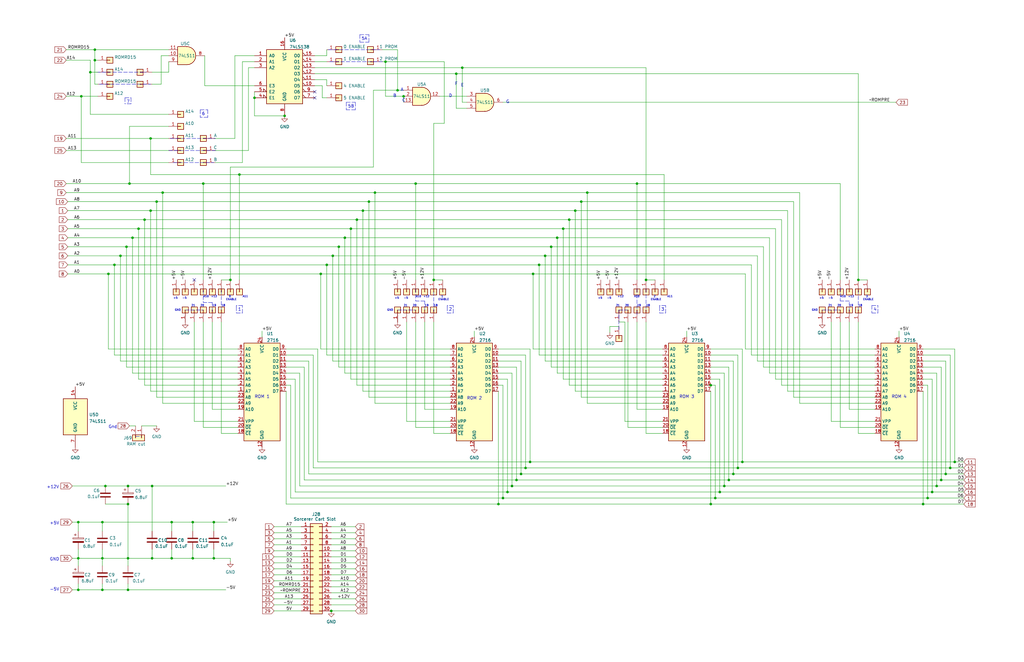
<source format=kicad_sch>
(kicad_sch (version 20211123) (generator eeschema)
  (paper "B")
  (junction (at 108.585 -52.705))
  (junction (at 236.22 -50.165))
  (junction (at 140.335 107.95))
  (junction (at 90.17 220.345))
  (junction (at 272.415 118.11))
  (junction (at 64.135 205.105))
  (junction (at 245.11 85.09))
  (junction (at 213.995 207.645))
  (junction (at 33.02 248.92))
  (junction (at 234.95 100.33))
  (junction (at 48.26 111.76))
  (junction (at 43.18 248.92))
  (junction (at 125.73 -57.785))
  (junction (at 108.585 -55.245))
  (junction (at 53.975 235.585))
  (junction (at 215.9 205.105))
  (junction (at 147.955 96.52))
  (junction (at 97.155 118.11))
  (junction (at 391.16 210.185))
  (junction (at 53.975 248.92))
  (junction (at 212.09 210.185))
  (junction (at 393.065 207.645))
  (junction (at 192.405 31.115))
  (junction (at 232.41 104.14))
  (junction (at 108.585 -45.085))
  (junction (at 50.8 107.95))
  (junction (at 194.945 -78.105))
  (junction (at 137.795 111.76))
  (junction (at 161.925 -95.885))
  (junction (at 389.255 212.725))
  (junction (at 40.005 25.4))
  (junction (at 155.575 85.09))
  (junction (at 175.26 77.47))
  (junction (at 142.875 -50.165))
  (junction (at 85.725 77.47))
  (junction (at 162.56 26.035))
  (junction (at 44.45 205.105))
  (junction (at 63.5 88.9))
  (junction (at 194.945 28.575))
  (junction (at 100.965 73.66))
  (junction (at 217.805 202.565))
  (junction (at 242.57 88.9))
  (junction (at 247.65 81.28))
  (junction (at 53.975 212.725))
  (junction (at 153.035 88.9))
  (junction (at 402.59 194.945))
  (junction (at 280.035 -36.83))
  (junction (at 123.825 -67.945))
  (junction (at 53.975 205.105))
  (junction (at 167.64 38.1))
  (junction (at 224.79 115.57))
  (junction (at 268.605 77.47))
  (junction (at 139.7 257.81))
  (junction (at 161.925 -93.345))
  (junction (at 158.115 81.28))
  (junction (at 219.71 200.025))
  (junction (at 299.72 162.56))
  (junction (at 150.495 92.71))
  (junction (at 40.005 20.955))
  (junction (at 154.305 -45.085))
  (junction (at 142.875 104.14))
  (junction (at 43.18 220.345))
  (junction (at 309.245 200.025))
  (junction (at 38.1 30.48))
  (junction (at 43.18 235.585))
  (junction (at 313.055 194.945))
  (junction (at 33.02 220.345))
  (junction (at 394.97 205.105))
  (junction (at 45.72 115.57))
  (junction (at 220.345 -34.925))
  (junction (at 396.875 202.565))
  (junction (at 299.72 212.725))
  (junction (at 311.15 197.485))
  (junction (at 142.875 -67.945))
  (junction (at 68.58 81.28))
  (junction (at 227.965 -50.165))
  (junction (at 398.78 200.025))
  (junction (at 108.585 -47.625))
  (junction (at 107.315 41.275))
  (junction (at 125.73 -67.945))
  (junction (at 303.53 207.645))
  (junction (at 90.17 235.585))
  (junction (at 227.33 111.76))
  (junction (at 237.49 96.52))
  (junction (at 210.185 212.725))
  (junction (at 63.5 58.42))
  (junction (at 34.29 40.64))
  (junction (at 108.585 -50.165))
  (junction (at 137.16 -67.945))
  (junction (at 54.61 77.47))
  (junction (at 72.39 235.585))
  (junction (at 131.445 -55.245))
  (junction (at 301.625 210.185))
  (junction (at 66.04 85.09))
  (junction (at 182.88 118.11))
  (junction (at 72.39 220.345))
  (junction (at 53.34 104.14))
  (junction (at 81.28 235.585))
  (junction (at 81.28 220.345))
  (junction (at 307.34 202.565))
  (junction (at 305.435 205.105))
  (junction (at 55.88 100.33))
  (junction (at 174.625 -103.505))
  (junction (at 131.445 -67.945))
  (junction (at 170.18 40.64))
  (junction (at 148.59 -67.945))
  (junction (at 229.87 107.95))
  (junction (at 58.42 96.52))
  (junction (at 361.95 118.11))
  (junction (at 145.415 100.33))
  (junction (at 240.03 92.71))
  (junction (at 137.16 -52.705))
  (junction (at 221.615 197.485))
  (junction (at 33.02 235.585))
  (junction (at 64.135 235.585))
  (junction (at 60.96 92.71))
  (junction (at 120.015 48.895))
  (junction (at 148.59 -47.625))
  (junction (at 223.52 194.945))
  (junction (at 400.685 197.485))
  (junction (at 135.255 115.57))
  (no_connect (at 184.15 -32.385))
  (no_connect (at 81.915 118.11))
  (no_connect (at 184.15 -37.465))
  (no_connect (at 132.715 41.275))
  (no_connect (at 132.715 38.735))
  (no_connect (at 184.15 -52.705))
  (no_connect (at 184.15 -50.165))
  (no_connect (at 187.325 -78.105))
  (no_connect (at 187.325 -95.885))
  (no_connect (at 187.325 -93.345))
  (wire (pts (xy 123.825 -69.215) (xy 123.825 -67.945)))
  (wire (pts (xy 224.79 147.32) (xy 224.79 115.57)))
  (polyline (pts (xy 89.535 131.445) (xy 89.535 127.635)))
  (wire (pts (xy 161.925 -103.505) (xy 174.625 -103.505)))
  (wire (pts (xy 215.9 157.48) (xy 215.9 205.105)))
  (wire (pts (xy 303.53 160.02) (xy 303.53 207.645)))
  (polyline (pts (xy 361.95 122.555) (xy 361.95 131.445)))
  (wire (pts (xy 305.435 205.105) (xy 394.97 205.105)))
  (wire (pts (xy 104.775 63.5) (xy 104.775 28.575)))
  (wire (pts (xy 167.64 20.955) (xy 167.64 38.1)))
  (wire (pts (xy 265.43 -80.645) (xy 269.875 -80.645)))
  (polyline (pts (xy 89.535 127.635) (xy 85.725 127.635)))
  (wire (pts (xy 154.305 -60.325) (xy 154.305 -45.085)))
  (wire (pts (xy 54.61 77.47) (xy 85.725 77.47)))
  (wire (pts (xy 50.8 107.95) (xy 140.335 107.95)))
  (wire (pts (xy 179.07 172.72) (xy 189.865 172.72)))
  (wire (pts (xy 27.94 77.47) (xy 54.61 77.47)))
  (wire (pts (xy 145.415 100.33) (xy 234.95 100.33)))
  (polyline (pts (xy 78.105 130.81) (xy 85.725 130.81)))
  (wire (pts (xy 200.025 139.7) (xy 200.025 142.24)))
  (wire (pts (xy 245.11 85.09) (xy 334.645 85.09)))
  (wire (pts (xy 72.39 220.345) (xy 72.39 224.155)))
  (wire (pts (xy 182.88 52.07) (xy 187.325 52.07)))
  (wire (pts (xy 332.105 165.1) (xy 332.105 88.9)))
  (wire (pts (xy 85.725 77.47) (xy 175.26 77.47)))
  (wire (pts (xy 53.975 212.725) (xy 53.975 235.585)))
  (wire (pts (xy 135.89 41.275) (xy 137.795 41.275)))
  (wire (pts (xy 299.72 149.86) (xy 311.15 149.86)))
  (wire (pts (xy 28.575 107.95) (xy 50.8 107.95)))
  (wire (pts (xy 149.86 222.25) (xy 139.7 222.25)))
  (polyline (pts (xy 71.12 63.5) (xy 91.44 63.5)))
  (wire (pts (xy 361.95 182.88) (xy 368.935 182.88)))
  (wire (pts (xy 265.43 -67.945) (xy 269.875 -67.945)))
  (wire (pts (xy 210.185 162.56) (xy 212.09 162.56)))
  (wire (pts (xy 115.57 245.11) (xy 127 245.11)))
  (wire (pts (xy 334.645 85.09) (xy 334.645 167.64)))
  (polyline (pts (xy 367.665 132.08) (xy 370.205 132.08)))
  (polyline (pts (xy 354.33 121.285) (xy 354.33 127)))
  (polyline (pts (xy 191.135 128.905) (xy 188.595 128.905)))
  (polyline (pts (xy 260.985 130.81) (xy 264.795 130.81)))
  (wire (pts (xy 237.49 96.52) (xy 327.025 96.52)))
  (wire (pts (xy 210.185 152.4) (xy 219.71 152.4)))
  (polyline (pts (xy 272.415 121.92) (xy 272.415 131.445)))
  (polyline (pts (xy 40.64 30.48) (xy 61.595 30.48)))
  (wire (pts (xy 54.61 179.705) (xy 57.15 179.705)))
  (wire (pts (xy 379.095 139.7) (xy 379.095 142.24)))
  (wire (pts (xy 264.795 135.89) (xy 264.795 180.34)))
  (wire (pts (xy 54.61 53.34) (xy 54.61 77.47)))
  (polyline (pts (xy 84.455 46.355) (xy 87.63 46.355)))
  (wire (pts (xy 108.585 -47.625) (xy 108.585 -45.085)))
  (wire (pts (xy 33.02 235.585) (xy 33.02 238.76)))
  (wire (pts (xy 28.575 111.76) (xy 48.26 111.76)))
  (polyline (pts (xy 370.205 132.08) (xy 370.205 128.905)))
  (wire (pts (xy 115.57 240.03) (xy 127 240.03)))
  (wire (pts (xy 194.945 28.575) (xy 272.415 28.575)))
  (wire (pts (xy 108.585 -57.785) (xy 108.585 -55.245)))
  (wire (pts (xy 115.57 232.41) (xy 127 232.41)))
  (wire (pts (xy 158.115 170.18) (xy 158.115 81.28)))
  (wire (pts (xy 247.65 170.18) (xy 247.65 81.28)))
  (wire (pts (xy 120.015 48.895) (xy 107.315 48.895)))
  (wire (pts (xy 324.485 100.33) (xy 324.485 157.48)))
  (wire (pts (xy 125.73 -60.325) (xy 125.73 -57.785)))
  (wire (pts (xy 266.065 -55.245) (xy 269.875 -55.245)))
  (polyline (pts (xy 55.245 41.275) (xy 55.245 43.815)))
  (wire (pts (xy 131.445 -60.325) (xy 131.445 -55.245)))
  (wire (pts (xy 30.48 205.105) (xy 44.45 205.105)))
  (polyline (pts (xy 73.025 68.58) (xy 90.17 68.58)))
  (wire (pts (xy 102.235 26.035) (xy 107.315 26.035)))
  (wire (pts (xy 149.86 224.79) (xy 139.7 224.79)))
  (wire (pts (xy 33.02 220.345) (xy 33.02 224.155)))
  (polyline (pts (xy 151.765 14.605) (xy 155.575 14.605)))
  (wire (pts (xy 43.18 235.585) (xy 53.975 235.585)))
  (wire (pts (xy 189.865 162.56) (xy 150.495 162.56)))
  (wire (pts (xy 115.57 229.87) (xy 127 229.87)))
  (wire (pts (xy 391.16 162.56) (xy 389.255 162.56)))
  (wire (pts (xy 66.04 85.09) (xy 66.04 167.64)))
  (wire (pts (xy 299.72 160.02) (xy 303.53 160.02)))
  (wire (pts (xy 311.15 149.86) (xy 311.15 197.485)))
  (wire (pts (xy 63.5 73.66) (xy 100.965 73.66)))
  (wire (pts (xy 137.795 23.495) (xy 137.795 20.955)))
  (wire (pts (xy 145.415 100.33) (xy 145.415 157.48)))
  (polyline (pts (xy 139.065 26.035) (xy 161.29 26.035)))
  (wire (pts (xy 329.565 162.56) (xy 329.565 92.71)))
  (wire (pts (xy 115.57 227.33) (xy 127 227.33)))
  (wire (pts (xy 89.535 135.89) (xy 89.535 172.72)))
  (wire (pts (xy 299.72 157.48) (xy 305.435 157.48)))
  (wire (pts (xy 53.975 248.92) (xy 95.25 248.92)))
  (polyline (pts (xy 87.63 49.53) (xy 84.455 49.53)))
  (polyline (pts (xy 280.67 128.905) (xy 278.13 128.905)))
  (wire (pts (xy 194.945 -78.105) (xy 194.945 -75.565)))
  (wire (pts (xy 132.715 28.575) (xy 194.945 28.575)))
  (wire (pts (xy 406.4 202.565) (xy 396.875 202.565)))
  (wire (pts (xy 115.57 234.95) (xy 127 234.95)))
  (wire (pts (xy 142.875 -50.165) (xy 158.75 -50.165)))
  (wire (pts (xy 120.65 162.56) (xy 122.555 162.56)))
  (wire (pts (xy 161.925 -93.345) (xy 161.925 -95.885)))
  (wire (pts (xy 81.28 235.585) (xy 81.28 231.775)))
  (wire (pts (xy 389.255 160.02) (xy 393.065 160.02)))
  (wire (pts (xy 115.57 237.49) (xy 127 237.49)))
  (wire (pts (xy 299.72 147.32) (xy 313.055 147.32)))
  (wire (pts (xy 280.035 -36.83) (xy 280.035 -37.465)))
  (wire (pts (xy 143.51 -78.105) (xy 161.925 -78.105)))
  (wire (pts (xy 148.59 -47.625) (xy 158.75 -47.625)))
  (polyline (pts (xy 280.67 132.08) (xy 280.67 128.905)))
  (wire (pts (xy 279.4 147.32) (xy 224.79 147.32)))
  (wire (pts (xy 132.08 149.86) (xy 132.08 197.485)))
  (wire (pts (xy 149.86 240.03) (xy 139.7 240.03)))
  (wire (pts (xy 153.035 88.9) (xy 242.57 88.9)))
  (wire (pts (xy 337.185 170.18) (xy 337.185 81.28)))
  (wire (pts (xy 154.305 -45.085) (xy 158.75 -45.085)))
  (wire (pts (xy 38.1 48.26) (xy 71.12 48.26)))
  (wire (pts (xy 149.86 -40.005) (xy 158.75 -40.005)))
  (wire (pts (xy 142.875 154.94) (xy 189.865 154.94)))
  (wire (pts (xy 114.935 -67.945) (xy 123.825 -67.945)))
  (wire (pts (xy 58.42 96.52) (xy 147.955 96.52)))
  (wire (pts (xy 131.445 -55.245) (xy 123.825 -55.245)))
  (wire (pts (xy 263.525 177.8) (xy 279.4 177.8)))
  (wire (pts (xy 64.135 35.56) (xy 67.945 35.56)))
  (wire (pts (xy 124.46 207.645) (xy 213.995 207.645)))
  (wire (pts (xy 59.69 179.705) (xy 66.04 179.705)))
  (wire (pts (xy 221.615 149.86) (xy 221.615 197.485)))
  (wire (pts (xy 27.94 63.5) (xy 71.12 63.5)))
  (wire (pts (xy 40.005 35.56) (xy 40.005 25.4)))
  (wire (pts (xy 189.865 170.18) (xy 158.115 170.18)))
  (wire (pts (xy 38.1 30.48) (xy 38.1 48.26)))
  (wire (pts (xy 289.56 139.7) (xy 289.56 142.24)))
  (wire (pts (xy 157.48 38.1) (xy 167.64 38.1)))
  (wire (pts (xy 67.945 23.495) (xy 71.12 23.495)))
  (wire (pts (xy 93.345 182.88) (xy 100.33 182.88)))
  (wire (pts (xy 125.73 -57.785) (xy 154.94 -57.785)))
  (wire (pts (xy 227.965 -50.165) (xy 227.965 -34.925)))
  (wire (pts (xy 221.615 197.485) (xy 311.15 197.485)))
  (wire (pts (xy 167.64 38.1) (xy 170.18 38.1)))
  (wire (pts (xy 115.57 242.57) (xy 127 242.57)))
  (wire (pts (xy 210.185 165.1) (xy 210.185 212.725)))
  (wire (pts (xy 321.945 104.14) (xy 321.945 154.94)))
  (wire (pts (xy 186.055 -60.325) (xy 171.45 -60.325)))
  (wire (pts (xy 130.175 200.025) (xy 219.71 200.025)))
  (wire (pts (xy 189.865 147.32) (xy 135.255 147.32)))
  (wire (pts (xy 93.345 135.89) (xy 93.345 182.88)))
  (wire (pts (xy 290.195 -75.565) (xy 292.735 -75.565)))
  (wire (pts (xy 307.34 154.94) (xy 307.34 202.565)))
  (wire (pts (xy 219.71 152.4) (xy 219.71 200.025)))
  (wire (pts (xy 34.29 68.58) (xy 71.12 68.58)))
  (wire (pts (xy 120.65 157.48) (xy 126.365 157.48)))
  (wire (pts (xy 90.17 231.775) (xy 90.17 235.585)))
  (wire (pts (xy 406.4 210.185) (xy 391.16 210.185)))
  (wire (pts (xy 192.405 -34.925) (xy 184.15 -34.925)))
  (wire (pts (xy 128.27 202.565) (xy 217.805 202.565)))
  (wire (pts (xy 200.025 -34.925) (xy 220.345 -34.925)))
  (wire (pts (xy 232.41 104.14) (xy 321.945 104.14)))
  (wire (pts (xy 223.52 194.945) (xy 313.055 194.945)))
  (wire (pts (xy 265.43 -88.265) (xy 269.875 -88.265)))
  (wire (pts (xy 90.805 58.42) (xy 99.06 58.42)))
  (wire (pts (xy 149.86 245.11) (xy 139.7 245.11)))
  (wire (pts (xy 50.8 152.4) (xy 50.8 107.95)))
  (wire (pts (xy 280.035 73.66) (xy 280.035 118.11)))
  (wire (pts (xy 368.935 162.56) (xy 329.565 162.56)))
  (wire (pts (xy 402.59 194.945) (xy 406.4 194.945)))
  (wire (pts (xy 171.45 135.89) (xy 171.45 177.8)))
  (wire (pts (xy 139.7 257.81) (xy 149.86 257.81)))
  (wire (pts (xy 132.715 26.035) (xy 137.795 26.035)))
  (wire (pts (xy 128.27 154.94) (xy 128.27 202.565)))
  (wire (pts (xy 64.135 30.48) (xy 71.12 30.48)))
  (wire (pts (xy 171.45 177.8) (xy 189.865 177.8)))
  (wire (pts (xy 358.14 135.89) (xy 358.14 172.72)))
  (wire (pts (xy 213.995 160.02) (xy 213.995 207.645)))
  (wire (pts (xy 64.135 235.585) (xy 72.39 235.585)))
  (polyline (pts (xy 167.64 130.81) (xy 175.26 130.81)))
  (wire (pts (xy 132.715 33.655) (xy 137.795 33.655)))
  (wire (pts (xy 242.57 88.9) (xy 332.105 88.9)))
  (wire (pts (xy 28.575 115.57) (xy 45.72 115.57)))
  (polyline (pts (xy 87.63 46.355) (xy 87.63 49.53)))
  (wire (pts (xy 110.49 139.7) (xy 110.49 142.24)))
  (wire (pts (xy 132.715 31.115) (xy 192.405 31.115)))
  (polyline (pts (xy 102.235 128.905) (xy 99.695 128.905)))
  (polyline (pts (xy 260.985 139.065) (xy 260.985 130.81)))
  (wire (pts (xy 123.825 -45.085) (xy 154.305 -45.085)))
  (polyline (pts (xy 146.05 43.18) (xy 149.86 43.18)))
  (wire (pts (xy 100.33 147.32) (xy 45.72 147.32)))
  (wire (pts (xy 40.005 20.955) (xy 71.12 20.955)))
  (wire (pts (xy 55.88 100.33) (xy 55.88 157.48)))
  (wire (pts (xy 100.33 170.18) (xy 68.58 170.18)))
  (wire (pts (xy 40.005 25.4) (xy 41.275 25.4)))
  (wire (pts (xy 28.575 100.33) (xy 55.88 100.33)))
  (wire (pts (xy 140.335 107.95) (xy 229.87 107.95)))
  (wire (pts (xy 290.195 -88.265) (xy 292.735 -88.265)))
  (wire (pts (xy 313.055 194.945) (xy 402.59 194.945)))
  (wire (pts (xy 158.115 81.28) (xy 247.65 81.28)))
  (wire (pts (xy 72.39 235.585) (xy 72.39 231.775)))
  (wire (pts (xy 45.72 115.57) (xy 135.255 115.57)))
  (wire (pts (xy 309.245 152.4) (xy 309.245 200.025)))
  (wire (pts (xy 215.9 205.105) (xy 305.435 205.105)))
  (wire (pts (xy 147.955 160.02) (xy 189.865 160.02)))
  (wire (pts (xy 53.34 104.14) (xy 53.34 154.94)))
  (wire (pts (xy 299.085 162.56) (xy 299.72 162.56)))
  (wire (pts (xy 187.325 52.07) (xy 187.325 26.035)))
  (wire (pts (xy 100.965 73.66) (xy 100.965 118.11)))
  (polyline (pts (xy 85.725 122.555) (xy 85.725 127.635)))
  (wire (pts (xy 38.1 30.48) (xy 41.275 30.48)))
  (wire (pts (xy 33.02 235.585) (xy 43.18 235.585)))
  (wire (pts (xy 149.86 232.41) (xy 139.7 232.41)))
  (wire (pts (xy 149.86 252.73) (xy 139.7 252.73)))
  (wire (pts (xy 391.16 162.56) (xy 391.16 210.185)))
  (polyline (pts (xy 41.91 35.56) (xy 63.5 35.56)))
  (polyline (pts (xy 155.575 17.78) (xy 155.575 14.605)))
  (wire (pts (xy 34.29 40.64) (xy 41.275 40.64)))
  (wire (pts (xy 147.955 96.52) (xy 147.955 160.02)))
  (wire (pts (xy 81.915 135.89) (xy 81.915 177.8)))
  (wire (pts (xy 147.955 96.52) (xy 237.49 96.52)))
  (wire (pts (xy 63.5 58.42) (xy 71.12 58.42)))
  (wire (pts (xy 272.415 118.11) (xy 272.415 28.575)))
  (wire (pts (xy 162.56 26.035) (xy 162.56 40.64)))
  (wire (pts (xy 299.72 165.1) (xy 299.72 212.725)))
  (wire (pts (xy 132.08 197.485) (xy 221.615 197.485)))
  (wire (pts (xy 406.4 200.025) (xy 398.78 200.025)))
  (wire (pts (xy 301.625 210.185) (xy 391.16 210.185)))
  (polyline (pts (xy 179.07 127) (xy 175.26 127)))
  (wire (pts (xy 143.51 -83.185) (xy 161.925 -83.185)))
  (wire (pts (xy 194.945 -78.105) (xy 227.965 -78.105)))
  (wire (pts (xy 33.02 248.92) (xy 33.02 246.38)))
  (wire (pts (xy 299.72 162.56) (xy 301.625 162.56)))
  (wire (pts (xy 40.005 35.56) (xy 41.275 35.56)))
  (wire (pts (xy 90.17 220.345) (xy 90.17 224.155)))
  (wire (pts (xy 266.065 -60.325) (xy 269.875 -60.325)))
  (wire (pts (xy 149.86 250.19) (xy 139.7 250.19)))
  (wire (pts (xy 48.26 111.76) (xy 48.26 149.86)))
  (wire (pts (xy 28.575 92.71) (xy 60.96 92.71)))
  (wire (pts (xy 48.26 149.86) (xy 100.33 149.86)))
  (wire (pts (xy 131.445 -67.945) (xy 137.16 -67.945)))
  (wire (pts (xy 227.33 149.86) (xy 279.4 149.86)))
  (wire (pts (xy 30.48 248.92) (xy 33.02 248.92)))
  (wire (pts (xy 107.315 36.195) (xy 86.36 36.195)))
  (wire (pts (xy 400.685 149.86) (xy 400.685 197.485)))
  (wire (pts (xy 30.48 220.345) (xy 33.02 220.345)))
  (wire (pts (xy 123.825 -50.165) (xy 142.875 -50.165)))
  (wire (pts (xy 27.94 25.4) (xy 38.1 25.4)))
  (wire (pts (xy 227.965 -50.165) (xy 236.22 -50.165)))
  (wire (pts (xy 33.02 235.585) (xy 33.02 231.775)))
  (wire (pts (xy 265.43 -78.105) (xy 269.875 -78.105)))
  (wire (pts (xy 122.555 162.56) (xy 122.555 210.185)))
  (wire (pts (xy 368.935 157.48) (xy 324.485 157.48)))
  (polyline (pts (xy 367.665 128.905) (xy 367.665 132.08)))
  (wire (pts (xy 53.34 104.14) (xy 142.875 104.14)))
  (wire (pts (xy 99.06 58.42) (xy 99.06 23.495)))
  (wire (pts (xy 245.11 167.64) (xy 279.4 167.64)))
  (wire (pts (xy 115.57 247.65) (xy 127 247.65)))
  (wire (pts (xy 242.57 165.1) (xy 242.57 88.9)))
  (polyline (pts (xy 175.26 121.92) (xy 175.26 127)))
  (wire (pts (xy 186.055 -47.625) (xy 186.055 -60.325)))
  (wire (pts (xy 196.85 45.72) (xy 192.405 45.72)))
  (wire (pts (xy 196.85 43.18) (xy 194.945 43.18)))
  (wire (pts (xy 161.29 20.955) (xy 167.64 20.955)))
  (wire (pts (xy 102.235 68.58) (xy 102.235 26.035)))
  (polyline (pts (xy 182.88 123.19) (xy 182.88 131.445)))
  (wire (pts (xy 45.72 147.32) (xy 45.72 115.57)))
  (wire (pts (xy 115.57 250.19) (xy 127 250.19)))
  (wire (pts (xy 241.3 -47.625) (xy 236.22 -47.625)))
  (wire (pts (xy 53.975 235.585) (xy 53.975 238.76)))
  (wire (pts (xy 43.18 235.585) (xy 43.18 231.775)))
  (wire (pts (xy 354.33 135.89) (xy 354.33 180.34)))
  (wire (pts (xy 157.48 38.1) (xy 157.48 70.485)))
  (wire (pts (xy 265.43 -70.485) (xy 269.875 -70.485)))
  (wire (pts (xy 266.065 -62.865) (xy 269.875 -62.865)))
  (wire (pts (xy 279.4 157.48) (xy 234.95 157.48)))
  (wire (pts (xy 184.15 -47.625) (xy 186.055 -47.625)))
  (wire (pts (xy 149.86 242.57) (xy 139.7 242.57)))
  (wire (pts (xy 53.34 154.94) (xy 100.33 154.94)))
  (wire (pts (xy 27.94 81.28) (xy 68.58 81.28)))
  (wire (pts (xy 175.26 180.34) (xy 189.865 180.34)))
  (wire (pts (xy 63.5 88.9) (xy 153.035 88.9)))
  (wire (pts (xy 100.33 162.56) (xy 60.96 162.56)))
  (polyline (pts (xy 93.345 122.555) (xy 93.345 130.81)))
  (wire (pts (xy 266.065 -57.785) (xy 269.875 -57.785)))
  (wire (pts (xy 170.18 40.64) (xy 162.56 40.64)))
  (polyline (pts (xy 99.695 129.54) (xy 99.695 132.08)))
  (wire (pts (xy 268.605 77.47) (xy 354.33 77.47)))
  (wire (pts (xy 123.825 -47.625) (xy 148.59 -47.625)))
  (wire (pts (xy 90.805 68.58) (xy 102.235 68.58)))
  (wire (pts (xy 149.86 237.49) (xy 139.7 237.49)))
  (wire (pts (xy 27.94 58.42) (xy 63.5 58.42)))
  (wire (pts (xy 34.29 40.64) (xy 34.29 68.58)))
  (wire (pts (xy 189.865 165.1) (xy 153.035 165.1)))
  (wire (pts (xy 48.26 111.76) (xy 137.795 111.76)))
  (wire (pts (xy 161.925 -95.885) (xy 161.925 -103.505)))
  (wire (pts (xy 210.185 160.02) (xy 213.995 160.02)))
  (wire (pts (xy 85.725 135.89) (xy 85.725 180.34)))
  (polyline (pts (xy 358.14 127) (xy 354.33 127)))
  (wire (pts (xy 192.405 45.72) (xy 192.405 31.115)))
  (wire (pts (xy 223.52 147.32) (xy 223.52 194.945)))
  (wire (pts (xy 389.255 147.32) (xy 402.59 147.32)))
  (wire (pts (xy 64.135 205.105) (xy 53.975 205.105)))
  (wire (pts (xy 33.02 248.92) (xy 43.18 248.92)))
  (wire (pts (xy 100.33 152.4) (xy 50.8 152.4)))
  (wire (pts (xy 234.95 100.33) (xy 234.95 157.48)))
  (wire (pts (xy 265.43 -85.725) (xy 269.875 -85.725)))
  (wire (pts (xy 389.255 152.4) (xy 398.78 152.4)))
  (wire (pts (xy 97.155 70.485) (xy 157.48 70.485)))
  (polyline (pts (xy 179.07 130.81) (xy 179.07 127)))
  (wire (pts (xy 264.795 180.34) (xy 279.4 180.34)))
  (wire (pts (xy 108.585 -52.705) (xy 108.585 -50.165)))
  (wire (pts (xy 126.365 205.105) (xy 215.9 205.105)))
  (polyline (pts (xy 99.695 132.08) (xy 102.235 132.08)))
  (wire (pts (xy 100.965 73.66) (xy 280.035 73.66)))
  (wire (pts (xy 279.4 170.18) (xy 247.65 170.18)))
  (wire (pts (xy 150.495 92.71) (xy 240.03 92.71)))
  (wire (pts (xy 142.875 104.14) (xy 142.875 154.94)))
  (wire (pts (xy 196.85 40.64) (xy 185.42 40.64)))
  (polyline (pts (xy 278.13 132.08) (xy 280.67 132.08)))
  (wire (pts (xy 115.57 257.81) (xy 127 257.81)))
  (polyline (pts (xy 52.705 41.275) (xy 55.245 41.275)))
  (polyline (pts (xy 188.595 129.54) (xy 188.595 132.08)))
  (wire (pts (xy 28.575 88.9) (xy 63.5 88.9)))
  (wire (pts (xy 194.945 43.18) (xy 194.945 28.575)))
  (wire (pts (xy 290.195 -78.105) (xy 292.735 -78.105)))
  (wire (pts (xy 396.875 154.94) (xy 396.875 202.565)))
  (wire (pts (xy 143.51 -80.645) (xy 161.925 -80.645)))
  (wire (pts (xy 301.625 162.56) (xy 301.625 210.185)))
  (wire (pts (xy 279.4 152.4) (xy 229.87 152.4)))
  (wire (pts (xy 368.935 165.1) (xy 332.105 165.1)))
  (wire (pts (xy 99.06 23.495) (xy 107.315 23.495)))
  (wire (pts (xy 81.28 235.585) (xy 90.17 235.585)))
  (wire (pts (xy 314.325 147.32) (xy 314.325 115.57)))
  (wire (pts (xy 240.03 162.56) (xy 240.03 92.71)))
  (wire (pts (xy 155.575 -89.535) (xy 161.925 -89.535)))
  (wire (pts (xy 161.29 26.035) (xy 162.56 26.035)))
  (wire (pts (xy 354.33 180.34) (xy 368.935 180.34)))
  (polyline (pts (xy 146.05 43.18) (xy 146.05 46.355)))
  (wire (pts (xy 72.39 235.585) (xy 81.28 235.585)))
  (wire (pts (xy 155.575 167.64) (xy 189.865 167.64)))
  (wire (pts (xy 368.935 152.4) (xy 319.405 152.4)))
  (wire (pts (xy 358.14 172.72) (xy 368.935 172.72)))
  (wire (pts (xy 81.28 220.345) (xy 81.28 224.155)))
  (wire (pts (xy 189.865 152.4) (xy 140.335 152.4)))
  (wire (pts (xy 187.325 -90.805) (xy 189.23 -90.805)))
  (wire (pts (xy 361.95 135.89) (xy 361.95 182.88)))
  (wire (pts (xy 149.86 229.87) (xy 139.7 229.87)))
  (wire (pts (xy 350.52 135.89) (xy 350.52 177.8)))
  (wire (pts (xy 175.26 77.47) (xy 175.26 118.11)))
  (wire (pts (xy 389.255 149.86) (xy 400.685 149.86)))
  (wire (pts (xy 217.805 202.565) (xy 307.34 202.565)))
  (wire (pts (xy 137.16 -52.705) (xy 158.75 -52.705)))
  (wire (pts (xy 212.09 43.18) (xy 377.825 43.18)))
  (wire (pts (xy 402.59 147.32) (xy 402.59 194.945)))
  (wire (pts (xy 149.86 247.65) (xy 139.7 247.65)))
  (wire (pts (xy 272.415 182.88) (xy 279.4 182.88)))
  (wire (pts (xy 60.96 162.56) (xy 60.96 92.71)))
  (wire (pts (xy 316.865 149.86) (xy 368.935 149.86)))
  (wire (pts (xy 60.96 92.71) (xy 150.495 92.71)))
  (polyline (pts (xy 151.765 14.605) (xy 151.765 17.78)))
  (wire (pts (xy 299.72 152.4) (xy 309.245 152.4)))
  (polyline (pts (xy 346.71 130.81) (xy 354.33 130.81)))
  (wire (pts (xy 120.65 149.86) (xy 132.08 149.86)))
  (wire (pts (xy 406.4 207.645) (xy 393.065 207.645)))
  (wire (pts (xy 86.36 36.195) (xy 86.36 23.495)))
  (wire (pts (xy 142.875 -60.325) (xy 142.875 -50.165)))
  (wire (pts (xy 130.175 152.4) (xy 130.175 200.025)))
  (wire (pts (xy 327.025 160.02) (xy 368.935 160.02)))
  (wire (pts (xy 257.175 137.795) (xy 260.985 137.795)))
  (wire (pts (xy 265.43 -73.025) (xy 269.875 -73.025)))
  (wire (pts (xy 135.255 147.32) (xy 135.255 115.57)))
  (polyline (pts (xy 358.14 131.445) (xy 358.14 127)))
  (wire (pts (xy 361.95 118.11) (xy 365.76 118.11)))
  (wire (pts (xy 120.65 152.4) (xy 130.175 152.4)))
  (wire (pts (xy 108.585 -50.165) (xy 108.585 -47.625)))
  (wire (pts (xy 311.15 197.485) (xy 400.685 197.485)))
  (polyline (pts (xy 102.235 132.08) (xy 102.235 128.905)))
  (wire (pts (xy 133.985 147.32) (xy 133.985 194.945)))
  (polyline (pts (xy 188.595 128.905) (xy 188.595 129.54)))
  (polyline (pts (xy 84.455 46.355) (xy 84.455 49.53)))
  (wire (pts (xy 149.86 -37.465) (xy 158.75 -37.465)))
  (wire (pts (xy 232.41 104.14) (xy 232.41 154.94)))
  (wire (pts (xy 189.23 -103.505) (xy 174.625 -103.505)))
  (wire (pts (xy 189.23 -90.805) (xy 189.23 -103.505)))
  (polyline (pts (xy 268.605 121.92) (xy 268.605 132.715)))
  (wire (pts (xy 27.94 40.64) (xy 34.29 40.64)))
  (wire (pts (xy 27.94 20.955) (xy 40.005 20.955)))
  (wire (pts (xy 38.1 25.4) (xy 38.1 30.48)))
  (wire (pts (xy 246.38 -52.07) (xy 236.22 -52.07)))
  (wire (pts (xy 316.865 111.76) (xy 316.865 149.86)))
  (wire (pts (xy 210.185 212.725) (xy 299.72 212.725)))
  (wire (pts (xy 68.58 170.18) (xy 68.58 81.28)))
  (wire (pts (xy 182.88 118.11) (xy 186.69 118.11)))
  (wire (pts (xy 123.825 -67.945) (xy 125.73 -67.945)))
  (wire (pts (xy 63.5 58.42) (xy 63.5 73.66)))
  (wire (pts (xy 189.865 157.48) (xy 145.415 157.48)))
  (polyline (pts (xy 149.86 43.18) (xy 149.86 46.355)))
  (wire (pts (xy 265.43 -65.405) (xy 269.875 -65.405)))
  (wire (pts (xy 149.86 -34.925) (xy 158.75 -34.925)))
  (wire (pts (xy 236.22 -47.625) (xy 236.22 -50.165)))
  (wire (pts (xy 263.525 135.89) (xy 260.985 135.89)))
  (wire (pts (xy 81.28 220.345) (xy 90.17 220.345)))
  (wire (pts (xy 120.65 165.1) (xy 120.65 212.725)))
  (polyline (pts (xy 57.15 184.15) (xy 59.69 184.15)))
  (wire (pts (xy 268.605 77.47) (xy 268.605 118.11)))
  (wire (pts (xy 290.195 -85.725) (xy 292.735 -85.725)))
  (wire (pts (xy 232.41 154.94) (xy 279.4 154.94)))
  (wire (pts (xy 43.18 248.92) (xy 43.18 246.38)))
  (polyline (pts (xy 278.13 129.54) (xy 278.13 132.08)))
  (wire (pts (xy 126.365 157.48) (xy 126.365 205.105)))
  (wire (pts (xy 179.07 135.89) (xy 179.07 172.72)))
  (wire (pts (xy 120.65 212.725) (xy 210.185 212.725)))
  (wire (pts (xy 28.575 104.14) (xy 53.34 104.14)))
  (wire (pts (xy 66.04 85.09) (xy 155.575 85.09)))
  (wire (pts (xy 107.315 41.275) (xy 107.315 38.735)))
  (wire (pts (xy 137.16 -60.325) (xy 137.16 -52.705)))
  (wire (pts (xy 81.915 177.8) (xy 100.33 177.8)))
  (wire (pts (xy 63.5 165.1) (xy 63.5 88.9)))
  (wire (pts (xy 406.4 212.725) (xy 389.255 212.725)))
  (wire (pts (xy 279.4 162.56) (xy 240.03 162.56)))
  (wire (pts (xy 115.57 222.25) (xy 127 222.25)))
  (polyline (pts (xy 55.245 43.815) (xy 52.705 43.815)))
  (wire (pts (xy 265.43 -75.565) (xy 269.875 -75.565)))
  (wire (pts (xy 150.495 162.56) (xy 150.495 92.71)))
  (polyline (pts (xy 138.43 20.955) (xy 160.02 20.955)))
  (wire (pts (xy 90.805 63.5) (xy 104.775 63.5)))
  (wire (pts (xy 97.155 236.855) (xy 97.155 235.585)))
  (wire (pts (xy 182.88 135.89) (xy 182.88 182.88)))
  (wire (pts (xy 137.795 111.76) (xy 137.795 149.86)))
  (wire (pts (xy 149.86 227.33) (xy 139.7 227.33)))
  (wire (pts (xy 137.795 111.76) (xy 227.33 111.76)))
  (wire (pts (xy 313.055 147.32) (xy 313.055 194.945)))
  (wire (pts (xy 400.685 197.485) (xy 406.4 197.485)))
  (wire (pts (xy 43.18 235.585) (xy 43.18 238.76)))
  (wire (pts (xy 354.33 77.47) (xy 354.33 118.11)))
  (polyline (pts (xy 188.595 132.08) (xy 191.135 132.08)))
  (polyline (pts (xy 367.665 128.905) (xy 370.205 128.905)))
  (wire (pts (xy 213.995 207.645) (xy 303.53 207.645)))
  (wire (pts (xy 148.59 -67.945) (xy 154.305 -67.945)))
  (wire (pts (xy 321.945 154.94) (xy 368.935 154.94)))
  (wire (pts (xy 368.935 170.18) (xy 337.185 170.18)))
  (wire (pts (xy 43.18 248.92) (xy 53.975 248.92)))
  (wire (pts (xy 89.535 172.72) (xy 100.33 172.72)))
  (wire (pts (xy 237.49 160.02) (xy 279.4 160.02)))
  (wire (pts (xy 307.34 202.565) (xy 396.875 202.565)))
  (wire (pts (xy 290.195 -80.645) (xy 292.735 -80.645)))
  (wire (pts (xy 149.86 -32.385) (xy 158.75 -32.385)))
  (wire (pts (xy 85.725 77.47) (xy 85.725 118.11)))
  (wire (pts (xy 170.18 40.64) (xy 170.18 43.18)))
  (wire (pts (xy 161.925 -90.805) (xy 161.925 -93.345)))
  (wire (pts (xy 28.575 85.09) (xy 66.04 85.09)))
  (wire (pts (xy 28.575 96.52) (xy 58.42 96.52)))
  (wire (pts (xy 108.585 -55.245) (xy 108.585 -52.705)))
  (wire (pts (xy 219.71 200.025) (xy 309.245 200.025)))
  (wire (pts (xy 107.315 48.895) (xy 107.315 41.275)))
  (wire (pts (xy 175.26 77.47) (xy 268.605 77.47)))
  (wire (pts (xy 237.49 96.52) (xy 237.49 160.02)))
  (wire (pts (xy 64.135 235.585) (xy 64.135 231.775)))
  (wire (pts (xy 124.46 160.02) (xy 124.46 207.645)))
  (wire (pts (xy 135.255 115.57) (xy 224.79 115.57)))
  (wire (pts (xy 58.42 96.52) (xy 58.42 160.02)))
  (wire (pts (xy 327.025 96.52) (xy 327.025 160.02)))
  (wire (pts (xy 149.86 255.27) (xy 139.7 255.27)))
  (wire (pts (xy 149.86 234.95) (xy 139.7 234.95)))
  (wire (pts (xy 44.45 205.105) (xy 53.975 205.105)))
  (wire (pts (xy 305.435 157.48) (xy 305.435 205.105)))
  (polyline (pts (xy 151.765 17.78) (xy 155.575 17.78)))
  (wire (pts (xy 299.72 212.725) (xy 389.255 212.725)))
  (wire (pts (xy 120.65 147.32) (xy 133.985 147.32)))
  (wire (pts (xy 182.88 182.88) (xy 189.865 182.88)))
  (wire (pts (xy 210.185 157.48) (xy 215.9 157.48)))
  (wire (pts (xy 30.48 235.585) (xy 33.02 235.585)))
  (wire (pts (xy 125.73 -57.785) (xy 123.825 -57.785)))
  (wire (pts (xy 133.985 194.945) (xy 223.52 194.945)))
  (wire (pts (xy 393.065 160.02) (xy 393.065 207.645)))
  (wire (pts (xy 303.53 207.645) (xy 393.065 207.645)))
  (wire (pts (xy 100.33 165.1) (xy 63.5 165.1)))
  (wire (pts (xy 227.33 111.76) (xy 227.33 149.86)))
  (wire (pts (xy 120.65 160.02) (xy 124.46 160.02)))
  (wire (pts (xy 269.875 -36.83) (xy 280.035 -36.83)))
  (wire (pts (xy 210.185 154.94) (xy 217.805 154.94)))
  (wire (pts (xy 43.18 220.345) (xy 72.39 220.345)))
  (wire (pts (xy 143.51 -75.565) (xy 161.925 -75.565)))
  (wire (pts (xy 125.73 -67.945) (xy 131.445 -67.945)))
  (wire (pts (xy 137.795 33.655) (xy 137.795 36.195)))
  (wire (pts (xy 120.65 154.94) (xy 128.27 154.94)))
  (wire (pts (xy 53.975 235.585) (xy 64.135 235.585)))
  (wire (pts (xy 268.605 172.72) (xy 279.4 172.72)))
  (wire (pts (xy 71.12 30.48) (xy 71.12 26.035)))
  (polyline (pts (xy 71.755 58.42) (xy 90.805 58.42)))
  (wire (pts (xy 394.97 157.48) (xy 394.97 205.105)))
  (wire (pts (xy 148.59 -60.325) (xy 148.59 -47.625)))
  (wire (pts (xy 257.175 140.335) (xy 257.175 137.795)))
  (wire (pts (xy 398.78 152.4) (xy 398.78 200.025)))
  (wire (pts (xy 406.4 205.105) (xy 394.97 205.105)))
  (wire (pts (xy 227.965 -34.925) (xy 220.345 -34.925)))
  (wire (pts (xy 58.42 160.02) (xy 100.33 160.02)))
  (wire (pts (xy 71.12 53.34) (xy 54.61 53.34)))
  (polyline (pts (xy 149.86 46.355) (xy 146.05 46.355)))
  (wire (pts (xy 175.26 135.89) (xy 175.26 180.34)))
  (wire (pts (xy 72.39 220.345) (xy 81.28 220.345)))
  (wire (pts (xy 97.155 118.11) (xy 97.155 70.485)))
  (wire (pts (xy 210.185 147.32) (xy 223.52 147.32)))
  (wire (pts (xy 85.725 180.34) (xy 100.33 180.34)))
  (wire (pts (xy 90.17 235.585) (xy 97.155 235.585)))
  (wire (pts (xy 67.945 35.56) (xy 67.945 23.495)))
  (wire (pts (xy 212.09 162.56) (xy 212.09 210.185)))
  (wire (pts (xy 361.95 118.11) (xy 361.95 31.115)))
  (wire (pts (xy 334.645 167.64) (xy 368.935 167.64)))
  (wire (pts (xy 212.09 210.185) (xy 301.625 210.185)))
  (wire (pts (xy 115.57 224.79) (xy 127 224.79)))
  (polyline (pts (xy 191.135 132.08) (xy 191.135 128.905)))
  (wire (pts (xy 153.035 165.1) (xy 153.035 88.9)))
  (wire (pts (xy 161.925 -89.535) (xy 161.925 -88.265)))
  (wire (pts (xy 115.57 255.27) (xy 127 255.27)))
  (wire (pts (xy 269.875 -42.545) (xy 269.875 -36.83)))
  (wire (pts (xy 155.575 85.09) (xy 155.575 167.64)))
  (wire (pts (xy 132.715 36.195) (xy 135.89 36.195)))
  (wire (pts (xy 40.005 20.955) (xy 40.005 25.4)))
  (wire (pts (xy 155.575 85.09) (xy 245.11 85.09)))
  (wire (pts (xy 224.79 115.57) (xy 314.325 115.57)))
  (wire (pts (xy 194.945 -80.645) (xy 194.945 -78.105)))
  (wire (pts (xy 227.33 111.76) (xy 316.865 111.76)))
  (wire (pts (xy 217.805 154.94) (xy 217.805 202.565)))
  (wire (pts (xy 154.94 -55.245) (xy 131.445 -55.245)))
  (wire (pts (xy 132.715 23.495) (xy 137.795 23.495)))
  (wire (pts (xy 135.89 36.195) (xy 135.89 41.275)))
  (wire (pts (xy 389.255 165.1) (xy 389.255 212.725)))
  (polyline (pts (xy 99.695 128.905) (xy 99.695 129.54)))
  (polyline (pts (xy 52.705 41.275) (xy 52.705 43.815)))
  (wire (pts (xy 229.87 152.4) (xy 229.87 107.95)))
  (wire (pts (xy 142.875 -67.945) (xy 148.59 -67.945)))
  (wire (pts (xy 122.555 210.185) (xy 212.09 210.185)))
  (wire (pts (xy 229.87 107.95) (xy 319.405 107.95)))
  (wire (pts (xy 66.04 167.64) (xy 100.33 167.64)))
  (wire (pts (xy 319.405 152.4) (xy 319.405 107.95)))
  (wire (pts (xy 309.245 200.025) (xy 398.78 200.025)))
  (wire (pts (xy 55.88 100.33) (xy 145.415 100.33)))
  (wire (pts (xy 192.405 31.115) (xy 361.95 31.115)))
  (wire (pts (xy 140.335 152.4) (xy 140.335 107.95)))
  (wire (pts (xy 263.525 135.89) (xy 263.525 177.8)))
  (wire (pts (xy 272.415 135.89) (xy 272.415 182.88)))
  (wire (pts (xy 142.875 104.14) (xy 232.41 104.14)))
  (wire (pts (xy 210.185 149.86) (xy 221.615 149.86)))
  (wire (pts (xy 162.56 26.035) (xy 187.325 26.035)))
  (wire (pts (xy 350.52 177.8) (xy 368.935 177.8)))
  (wire (pts (xy 68.58 81.28) (xy 158.115 81.28)))
  (wire (pts (xy 90.17 220.345) (xy 95.885 220.345)))
  (wire (pts (xy 64.135 224.155) (xy 64.135 205.105)))
  (wire (pts (xy 299.72 154.94) (xy 307.34 154.94)))
  (wire (pts (xy 268.605 135.89) (xy 268.605 172.72)))
  (wire (pts (xy 245.11 85.09) (xy 245.11 167.64)))
  (wire (pts (xy 53.975 248.92) (xy 53.975 246.38)))
  (wire (pts (xy 93.345 118.11) (xy 97.155 118.11)))
  (wire (pts (xy 227.965 -78.105) (xy 227.965 -50.165)))
  (polyline (pts (xy 278.13 128.905) (xy 278.13 129.54)))
  (wire (pts (xy 290.195 -73.025) (xy 292.735 -73.025)))
  (wire (pts (xy 33.02 220.345) (xy 43.18 220.345)))
  (wire (pts (xy 279.4 165.1) (xy 242.57 165.1)))
  (wire (pts (xy 389.255 154.94) (xy 396.875 154.94)))
  (wire (pts (xy 108.585 -39.37) (xy 108.585 -45.085)))
  (wire (pts (xy 368.935 147.32) (xy 314.325 147.32)))
  (wire (pts (xy 247.65 81.28) (xy 337.185 81.28)))
  (wire (pts (xy 272.415 118.11) (xy 276.225 118.11)))
  (wire (pts (xy 240.03 92.71) (xy 329.565 92.71)))
  (wire (pts (xy 64.135 205.105) (xy 95.25 205.105)))
  (wire (pts (xy 104.775 28.575) (xy 107.315 28.575)))
  (wire (pts (xy 236.22 -50.165) (xy 236.22 -52.07)))
  (wire (pts (xy 182.88 118.11) (xy 182.88 52.07)))
  (wire (pts (xy 290.195 -83.185) (xy 292.735 -83.185)))
  (wire (pts (xy 389.255 157.48) (xy 394.97 157.48)))
  (wire (pts (xy 43.18 220.345) (xy 43.18 224.155)))
  (wire (pts (xy 265.43 -83.185) (xy 269.875 -83.185)))
  (wire (pts (xy 290.195 -70.485) (xy 292.735 -70.485)))
  (wire (pts (xy 137.795 149.86) (xy 189.865 149.86)))
  (wire (pts (xy 234.95 100.33) (xy 324.485 100.33)))
  (wire (pts (xy 44.45 212.725) (xy 53.975 212.725)))
  (wire (pts (xy 123.825 -52.705) (xy 137.16 -52.705)))
  (wire (pts (xy 100.33 157.48) (xy 55.88 157.48)))
  (wire (pts (xy 115.57 252.73) (xy 127 252.73)))
  (wire (pts (xy 142.875 -67.945) (xy 137.16 -67.945)))
  (text "+12" (at 357.505 125.73 0) (effects (font (size 0.8 0.8)) (justify left bottom)))
  (text "+12" (at 178.435 125.73 0) (effects (font (size 0.8 0.8)) (justify left bottom)))
  (text "+5V" (at 20.955 221.615 0) (effects (font (size 1.27 1.27)) (justify left bottom)))
  (text "5A" (at 152.4 17.145 0) (effects (font (size 1.27 1.27)) (justify left bottom)))
  (text "C" (at 169.545 43.18 0) (effects (font (size 1.27 1.27)) (justify left bottom)))
  (text "2" (at 189.23 131.445 0) (effects (font (size 1.27 1.27)) (justify left bottom)))
  (text "3" (at 278.765 131.445 0) (effects (font (size 1.27 1.27)) (justify left bottom)))
  (text "-5V" (at 20.955 249.555 0) (effects (font (size 1.27 1.27)) (justify left bottom)))
  (text "6" (at 85.09 48.895 0) (effects (font (size 1.27 1.27)) (justify left bottom)))
  (text "E" (at 194.31 36.83 0) (effects (font (size 1.27 1.27)) (justify left bottom)))
  (text "F" (at 191.77 36.195 0) (effects (font (size 1.27 1.27)) (justify left bottom)))
  (text "-5" (at 170.18 126.365 0) (effects (font (size 0.8 0.8)) (justify left bottom)))
  (text "-5" (at 255.905 126.365 0) (effects (font (size 0.8 0.8)) (justify left bottom)))
  (text "A11" (at 281.305 125.73 0) (effects (font (size 0.8 0.8)) (justify left bottom)))
  (text "18" (at 93.345 129.54 0) (effects (font (size 0.8 0.8)) (justify left bottom)))
  (text "19" (at 89.535 129.54 0) (effects (font (size 0.8 0.8)) (justify left bottom)))
  (text "21" (at 80.645 129.54 0) (effects (font (size 0.8 0.8)) (justify left bottom)))
  (text "G" (at 213.36 43.815 0) (effects (font (size 1.27 1.27)) (justify left bottom)))
  (text "+12" (at 260.35 125.73 0) (effects (font (size 0.8 0.8)) (justify left bottom)))
  (text "21" (at 259.715 129.54 0) (effects (font (size 0.8 0.8)) (justify left bottom)))
  (text "7" (at 53.34 43.815 0) (effects (font (size 1.27 1.27)) (justify left bottom)))
  (text "  0\nENABLE" (at 95.25 127 0) (effects (font (size 0.8 0.8)) (justify left bottom)))
  (text "+12" (at 88.9 125.73 0) (effects (font (size 0.8 0.8)) (justify left bottom)))
  (text "19" (at 358.14 129.54 0) (effects (font (size 0.8 0.8)) (justify left bottom)))
  (text "de-assert if we are less than the set address" (at 180.975 -40.005 0) (effects (font (size 1.27 1.27)) (justify left bottom)))
  (text "21" (at 349.25 129.54 0) (effects (font (size 0.8 0.8)) (justify left bottom)))
  (text "A" (at 168.91 38.735 0) (effects (font (size 1.27 1.27)) (justify left bottom)))
  (text "20" (at 173.99 129.54 0) (effects (font (size 0.8 0.8)) (justify left bottom)))
  (text "+5" (at 252.095 126.365 0) (effects (font (size 0.8 0.8)) (justify left bottom)))
  (text "18" (at 182.88 129.54 0) (effects (font (size 0.8 0.8)) (justify left bottom)))
  (text "A10" (at 175.26 125.73 0) (effects (font (size 0.8 0.8)) (justify left bottom)))
  (text "$E" (at 155.575 -91.44 0) (effects (font (size 1.27 1.27)) (justify left bottom)))
  (text "ROM 4" (at 375.92 168.275 0) (effects (font (size 1.27 1.27)) (justify left bottom)))
  (text "GND" (at 342.265 131.445 0) (effects (font (size 0.8 0.8)) (justify left bottom)))
  (text "18" (at 272.415 129.54 0) (effects (font (size 0.8 0.8)) (justify left bottom)))
  (text "GND" (at 73.66 131.445 0) (effects (font (size 0.8 0.8)) (justify left bottom)))
  (text "18" (at 361.95 129.54 0) (effects (font (size 0.8 0.8)) (justify left bottom)))
  (text "+5" (at 166.37 126.365 0) (effects (font (size 0.8 0.8)) (justify left bottom)))
  (text "-5" (at 349.25 126.365 0) (effects (font (size 0.8 0.8)) (justify left bottom)))
  (text "B" (at 165.735 41.275 0) (effects (font (size 1.27 1.27)) (justify left bottom)))
  (text "19" (at 179.07 129.54 0) (effects (font (size 0.8 0.8)) (justify left bottom)))
  (text "DIP SW 1/2 pick the bank\nDIP SW 3/4/5/6 pick the starting address" (at 62.23 -51.435 0) (effects (font (size 1.27 1.27)) (justify left bottom)))
  (text "  1\nENABLE" (at 184.785 127 0) (effects (font (size 0.8 0.8)) (justify left bottom)))
  (text "20" (at 263.525 129.54 0) (effects (font (size 0.8 0.8)) (justify left bottom)))
  (text "20" (at 84.455 129.54 0) (effects (font (size 0.8 0.8)) (justify left bottom)))
  (text "+5" (at 73.025 126.365 0) (effects (font (size 0.8 0.8)) (justify left bottom)))
  (text "A10" (at 85.725 125.73 0) (effects (font (size 0.8 0.8)) (justify left bottom)))
  (text "5B" (at 146.685 45.72 0) (effects (font (size 1.27 1.27)) (justify left bottom)))
  (text "GND" (at 163.195 131.445 0) (effects (font (size 0.8 0.8)) (justify left bottom)))
  (text "Gnd" (at 45.72 180.975 0) (effects (font (size 1.27 1.27)) (justify left bottom)))
  (text "  3\nENABLE" (at 363.855 127 0) (effects (font (size 0.8 0.8)) (justify left bottom)))
  (text "19" (at 268.605 129.54 0) (effects (font (size 0.8 0.8)) (justify left bottom)))
  (text "ROM 3" (at 286.385 168.275 0) (effects (font (size 1.27 1.27)) (justify left bottom)))
  (text "+12V" (at 19.685 206.375 0) (effects (font (size 1.27 1.27)) (justify left bottom)))
  (text "ROM 2" (at 196.85 168.91 0) (effects (font (size 1.27 1.27)) (justify left bottom)))
  (text "D" (at 189.23 41.275 0) (effects (font (size 1.27 1.27)) (justify left bottom)))
  (text "A10" (at 354.33 125.73 0) (effects (font (size 0.8 0.8)) (justify left bottom)))
  (text "de-assert if we are at or above $E000" (at 184.15 -86.995 0) (effects (font (size 1.27 1.27)) (justify left bottom)))
  (text "A10" (at 267.335 125.73 0) (effects (font (size 0.8 0.8)) (justify left bottom)))
  (text "4" (at 368.3 131.445 0) (effects (font (size 1.27 1.27)) (justify left bottom)))
  (text "ROM 1" (at 107.315 168.275 0) (effects (font (size 1.27 1.27)) (justify left bottom)))
  (text "20" (at 353.06 129.54 0) (effects (font (size 0.8 0.8)) (justify left bottom)))
  (text "1" (at 100.33 131.445 0) (effects (font (size 1.27 1.27)) (justify left bottom)))
  (text "  2\nENABLE" (at 274.32 127 0) (effects (font (size 0.8 0.8)) (justify left bottom)))
  (text "-5" (at 76.835 126.365 0) (effects (font (size 0.8 0.8)) (justify left bottom)))
  (text "+5" (at 345.44 126.365 0) (effects (font (size 0.8 0.8)) (justify left bottom)))
  (text "A11" (at 102.235 125.73 0) (effects (font (size 0.8 0.8)) (justify left bottom)))
  (text "GND" (at 20.955 236.855 0) (effects (font (size 1.27 1.27)) (justify left bottom)))
  (text "21" (at 170.18 129.54 0) (effects (font (size 0.8 0.8)) (justify left bottom)))
  (label "A0" (at 33.655 115.57 180))
  (label "A5" (at 269.875 -75.565 180))
  (label "ROMRD15" (at 158.75 -40.005 180))
  (label "D1" (at 143.51 234.95 0))
  (label "A1" (at 31.115 111.76 0))
  (label "+5V" (at 165.735 -103.505 0))
  (label "A6" (at 269.875 -73.025 180))
  (label "A4" (at 143.51 224.79 0))
  (label "A5" (at 31.115 96.52 0))
  (label "A11" (at 120.015 245.11 0))
  (label "+5V" (at 120.015 15.875 0))
  (label "A8" (at 269.875 -67.945 180))
  (label "~ROMPRE" (at 246.38 -52.07 180))
  (label "A8" (at 143.51 232.41 0))
  (label "ROMRD15" (at 117.475 247.65 0))
  (label "D0" (at 120.65 234.95 0))
  (label "5V" (at 120.65 257.81 0))
  (label "+5V" (at 171.45 -60.325 0))
  (label "ROMRD15" (at 28.575 20.955 0))
  (label "A14" (at 158.115 -37.465 180))
  (label "D7" (at 143.51 242.57 0))
  (label "D0" (at 292.735 -88.265 180))
  (label "A14" (at 143.51 247.65 0))
  (label "D3" (at 403.86 202.565 0))
  (label "+5V" (at 289.56 139.7 0))
  (label "+5V" (at 346.71 118.11 90))
  (label "+5V" (at 280.035 -93.345 0))
  (label "A7" (at 120.65 222.25 0))
  (label "A9" (at 31.115 81.28 0))
  (label "A12" (at 151.765 -75.565 180))
  (label "+5V" (at 200.025 139.7 0))
  (label "D3" (at 143.51 237.49 0))
  (label "A12" (at 269.875 -57.785 180))
  (label "-5V" (at 257.175 118.11 90))
  (label "D7" (at 290.195 -70.485 0))
  (label "A2" (at 33.655 107.95 180))
  (label "D6" (at 292.735 -73.025 180))
  (label "D6" (at 406.4 210.185 180))
  (label "A3" (at 120.65 227.33 0))
  (label "+12V" (at 89.535 118.11 90))
  (label "A9" (at 269.875 -65.405 180))
  (label "D6" (at 120.65 242.57 0))
  (label "A7" (at 31.115 88.9 0))
  (label "A0" (at 269.875 -88.265 180))
  (label "A13" (at 120.015 252.73 0))
  (label "A12" (at 31.75 40.64 180))
  (label "+12V" (at 179.07 118.11 90))
  (label "+5V" (at 31.75 163.195 0))
  (label "-5V" (at 350.52 118.11 90))
  (label "A2" (at 269.875 -83.185 180))
  (label "+5V" (at 167.64 118.11 90))
  (label "+5V" (at 253.365 118.11 90))
  (label "+5V" (at 74.295 118.11 90))
  (label "A11" (at 269.875 -60.325 180))
  (label "+12V" (at 260.985 118.11 90))
  (label "A10" (at 269.875 -62.865 180))
  (label "D2" (at 292.735 -83.185 180))
  (label "+5V" (at 95.885 220.345 0))
  (label "+5V" (at 379.095 139.7 0))
  (label "+5V" (at 110.49 139.7 0))
  (label "A13" (at 269.875 -55.245 180))
  (label "+12V" (at 95.25 205.105 0))
  (label "A7" (at 269.875 -70.485 180))
  (label "D5" (at 403.86 207.645 0))
  (label "A10" (at 34.29 77.47 180))
  (label "A8" (at 33.655 85.09 180))
  (label "D2" (at 120.65 237.49 0))
  (label "-5V" (at 78.105 118.11 90))
  (label "D5" (at 290.195 -75.565 0))
  (label "A13" (at 151.765 -78.105 180))
  (label "A14" (at 151.765 -80.645 180))
  (label "A1" (at 120.65 229.87 0))
  (label "-5V" (at 95.25 248.92 0))
  (label "+12V" (at 142.24 252.73 0))
  (label "+5V" (at 123.825 -69.215 0))
  (label "ROMRD15" (at 152.4 -83.185 180))
  (label "A6" (at 143.51 222.25 0))
  (label "A1" (at 269.875 -85.725 180))
  (label "A9" (at 120.65 232.41 0))
  (label "~ROMPRE" (at 118.11 250.19 0))
  (label "-5V" (at 171.45 118.11 90))
  (label "A11" (at 28.575 58.42 0))
  (label "A12" (at 143.51 250.19 0))
  (label "D2" (at 406.4 200.025 180))
  (label "A13" (at 28.575 63.5 0))
  (label "D1" (at 403.86 197.485 0))
  (label "A12" (at 158.115 -32.385 180))
  (label "A3" (at 31.115 104.14 0))
  (label "A3" (at 269.875 -80.645 180))
  (label "D5" (at 143.51 240.03 0))
  (label "D3" (at 290.195 -80.645 0))
  (label "A2" (at 143.51 227.33 0))
  (label "D4" (at 406.4 205.105 180))
  (label "A5" (at 120.65 224.79 0))
  (label "A0" (at 143.51 229.87 0))
  (label "A14" (at 31.75 25.4 180))
  (label "D7" (at 403.86 212.725 0))
  (label "~ROMPRE" (at 375.285 43.18 180))
  (label "A4" (at 269.875 -78.105 180))
  (label "A4" (at 33.655 100.33 180))
  (label "D4" (at 120.65 240.03 0))
  (label "-5V" (at 119.38 255.27 0))
  (label "D1" (at 290.195 -85.725 0))
  (label "A10" (at 143.51 245.11 0))
  (label "D4" (at 292.735 -78.105 180))
  (label "D0" (at 406.4 194.945 180))
  (label "+12V" (at 358.14 118.11 90))
  (label "A6" (at 33.655 92.71 180))
  (label "A13" (at 158.115 -34.925 180))
  (global_label "25" (shape input) (at 149.86 -34.925 180) (property "Intersheet References" "${INTERSHEET_REFS}" (effects hide)))
  (global_label "4" (shape input) (at 149.86 224.79 0) (property "Intersheet References" "${INTERSHEET_REFS}" (effects hide)))
  (global_label "15" (shape input) (at 115.57 240.03 180) (property "Intersheet References" "${INTERSHEET_REFS}" (effects hide)))
  (global_label "4" (shape input) (at 28.575 100.33 180) (property "Intersheet References" "${INTERSHEET_REFS}" (effects hide)))
  (global_label "19" (shape input) (at 27.94 58.42 180) (property "Intersheet References" "${INTERSHEET_REFS}" (effects hide)))
  (global_label "8" (shape input) (at 28.575 115.57 180) (property "Intersheet References" "${INTERSHEET_REFS}" (effects hide)))
  (global_label "26" (shape input) (at 30.48 205.105 180) (property "Intersheet References" "${INTERSHEET_REFS}" (effects hide)))
  (global_label "11" (shape input) (at 115.57 234.95 180) (property "Intersheet References" "${INTERSHEET_REFS}" (effects hide)))
  (global_label "18" (shape input) (at 292.735 -70.485 0) (property "Intersheet References" "${INTERSHEET_REFS}" (effects hide)))
  (global_label "23" (shape input) (at 377.825 43.18 0) (property "Intersheet References" "${INTERSHEET_REFS}" (effects hide)))
  (global_label "14" (shape input) (at 406.4 202.565 0) (property "Intersheet References" "${INTERSHEET_REFS}" (effects hide)))
  (global_label "3" (shape input) (at 115.57 224.79 180) (property "Intersheet References" "${INTERSHEET_REFS}" (effects hide)))
  (global_label "11" (shape input) (at 292.735 -88.265 0) (property "Intersheet References" "${INTERSHEET_REFS}" (effects hide)))
  (global_label "1" (shape input) (at 115.57 222.25 180) (property "Intersheet References" "${INTERSHEET_REFS}" (effects hide)))
  (global_label "15" (shape input) (at 406.4 205.105 0) (property "Intersheet References" "${INTERSHEET_REFS}" (effects hide)))
  (global_label "~ROMCE" (shape input) (at 269.875 -45.085 180) (property "Intersheet References" "${INTERSHEET_REFS}" (effects hide)))
  (global_label "24" (shape input) (at 149.86 250.19 0) (property "Intersheet References" "${INTERSHEET_REFS}" (effects hide)))
  (global_label "ROM15" (shape input) (at 269.875 -50.165 180) (property "Intersheet References" "${INTERSHEET_REFS}" (effects hide)))
  (global_label "11" (shape input) (at 406.4 194.945 0) (property "Intersheet References" "${INTERSHEET_REFS}" (effects hide)))
  (global_label "6" (shape input) (at 265.43 -83.185 180) (property "Intersheet References" "${INTERSHEET_REFS}" (effects hide)))
  (global_label "8" (shape input) (at 265.43 -88.265 180) (property "Intersheet References" "${INTERSHEET_REFS}" (effects hide)))
  (global_label "20" (shape input) (at 266.065 -62.865 180) (property "Intersheet References" "${INTERSHEET_REFS}" (effects hide)))
  (global_label "ROM14" (shape input) (at 154.94 -55.245 0) (property "Intersheet References" "${INTERSHEET_REFS}" (effects hide)))
  (global_label "13" (shape input) (at 115.57 237.49 180) (property "Intersheet References" "${INTERSHEET_REFS}" (effects hide)))
  (global_label "20" (shape input) (at 27.94 77.47 180) (property "Intersheet References" "${INTERSHEET_REFS}" (effects hide)))
  (global_label "8" (shape input) (at 149.86 229.87 0) (property "Intersheet References" "${INTERSHEET_REFS}" (effects hide)))
  (global_label "12" (shape input) (at 292.735 -85.725 0) (property "Intersheet References" "${INTERSHEET_REFS}" (effects hide)))
  (global_label "28" (shape input) (at 54.61 179.705 180) (property "Intersheet References" "${INTERSHEET_REFS}" (effects hide)))
  (global_label "10" (shape input) (at 149.86 232.41 0) (property "Intersheet References" "${INTERSHEET_REFS}" (effects hide)))
  (global_label "16" (shape input) (at 149.86 240.03 0) (property "Intersheet References" "${INTERSHEET_REFS}" (effects hide)))
  (global_label "24" (shape input) (at 266.065 -57.785 180) (property "Intersheet References" "${INTERSHEET_REFS}" (effects hide)))
  (global_label "10" (shape input) (at 265.43 -67.945 180) (property "Intersheet References" "${INTERSHEET_REFS}" (effects hide)))
  (global_label "19" (shape input) (at 115.57 245.11 180) (property "Intersheet References" "${INTERSHEET_REFS}" (effects hide)))
  (global_label "1" (shape input) (at 28.575 88.9 180) (property "Intersheet References" "${INTERSHEET_REFS}" (effects hide)))
  (global_label "25" (shape input) (at 143.51 -78.105 180) (property "Intersheet References" "${INTERSHEET_REFS}" (effects hide)))
  (global_label "12" (shape input) (at 406.4 197.485 0) (property "Intersheet References" "${INTERSHEET_REFS}" (effects hide)))
  (global_label "4" (shape input) (at 265.43 -78.105 180) (property "Intersheet References" "${INTERSHEET_REFS}" (effects hide)))
  (global_label "2" (shape input) (at 265.43 -73.025 180) (property "Intersheet References" "${INTERSHEET_REFS}" (effects hide)))
  (global_label "17" (shape input) (at 115.57 242.57 180) (property "Intersheet References" "${INTERSHEET_REFS}" (effects hide)))
  (global_label "24" (shape input) (at 149.86 -32.385 180) (property "Intersheet References" "${INTERSHEET_REFS}" (effects hide)))
  (global_label "ROM15" (shape input) (at 154.94 -57.785 0) (property "Intersheet References" "${INTERSHEET_REFS}" (effects hide)))
  (global_label "18" (shape input) (at 406.4 212.725 0) (property "Intersheet References" "${INTERSHEET_REFS}" (effects hide)))
  (global_label "26" (shape input) (at 149.86 252.73 0) (property "Intersheet References" "${INTERSHEET_REFS}" (effects hide)))
  (global_label "20" (shape input) (at 149.86 245.11 0) (property "Intersheet References" "${INTERSHEET_REFS}" (effects hide)))
  (global_label "30" (shape input) (at 149.86 257.81 0) (property "Intersheet References" "${INTERSHEET_REFS}" (effects hide)))
  (global_label "25" (shape input) (at 115.57 252.73 180) (property "Intersheet References" "${INTERSHEET_REFS}" (effects hide)))
  (global_label "21" (shape input) (at 143.51 -83.185 180) (property "Intersheet References" "${INTERSHEET_REFS}" (effects hide)))
  (global_label "22" (shape input) (at 143.51 -80.645 180) (property "Intersheet References" "${INTERSHEET_REFS}" (effects hide)))
  (global_label "2" (shape input) (at 149.86 222.25 0) (property "Intersheet References" "${INTERSHEET_REFS}" (effects hide)))
  (global_label "5" (shape input) (at 265.43 -80.645 180) (property "Intersheet References" "${INTERSHEET_REFS}" (effects hide)))
  (global_label "12" (shape input) (at 149.86 234.95 0) (property "Intersheet References" "${INTERSHEET_REFS}" (effects hide)))
  (global_label "17" (shape input) (at 292.735 -73.025 0) (property "Intersheet References" "${INTERSHEET_REFS}" (effects hide)))
  (global_label "17" (shape input) (at 406.4 210.185 0) (property "Intersheet References" "${INTERSHEET_REFS}" (effects hide)))
  (global_label "14" (shape input) (at 292.735 -80.645 0) (property "Intersheet References" "${INTERSHEET_REFS}" (effects hide)))
  (global_label "28" (shape input) (at 149.86 255.27 0) (property "Intersheet References" "${INTERSHEET_REFS}" (effects hide)))
  (global_label "3" (shape input) (at 265.43 -75.565 180) (property "Intersheet References" "${INTERSHEET_REFS}" (effects hide)))
  (global_label "24" (shape input) (at 27.94 40.64 180) (property "Intersheet References" "${INTERSHEET_REFS}" (effects hide)))
  (global_label "6" (shape input) (at 28.575 107.95 180) (property "Intersheet References" "${INTERSHEET_REFS}" (effects hide)))
  (global_label "1" (shape input) (at 265.43 -70.485 180) (property "Intersheet References" "${INTERSHEET_REFS}" (effects hide)))
  (global_label "25" (shape input) (at 27.94 63.5 180) (property "Intersheet References" "${INTERSHEET_REFS}" (effects hide)))
  (global_label "2" (shape input) (at 28.575 92.71 180) (property "Intersheet References" "${INTERSHEET_REFS}" (effects hide)))
  (global_label "21" (shape input) (at 149.86 -40.005 180) (property "Intersheet References" "${INTERSHEET_REFS}" (effects hide)))
  (global_label "18" (shape input) (at 149.86 242.57 0) (property "Intersheet References" "${INTERSHEET_REFS}" (effects hide)))
  (global_label "7" (shape input) (at 28.575 111.76 180) (property "Intersheet References" "${INTERSHEET_REFS}" (effects hide)))
  (global_label "22" (shape input) (at 149.86 -37.465 180) (property "Intersheet References" "${INTERSHEET_REFS}" (effects hide)))
  (global_label "7" (shape input) (at 115.57 229.87 180) (property "Intersheet References" "${INTERSHEET_REFS}" (effects hide)))
  (global_label "3" (shape input) (at 28.575 96.52 180) (property "Intersheet References" "${INTERSHEET_REFS}" (effects hide)))
  (global_label "10" (shape input) (at 28.575 85.09 180) (property "Intersheet References" "${INTERSHEET_REFS}" (effects hide)))
  (global_label "25" (shape input) (at 266.065 -55.245 180) (property "Intersheet References" "${INTERSHEET_REFS}" (effects hide)))
  (global_label "21" (shape input) (at 27.94 20.955 180) (property "Intersheet References" "${INTERSHEET_REFS}" (effects hide)))
  (global_label "29" (shape input) (at 115.57 257.81 180) (property "Intersheet References" "${INTERSHEET_REFS}" (effects hide)))
  (global_label "24" (shape input) (at 143.51 -75.565 180) (property "Intersheet References" "${INTERSHEET_REFS}" (effects hide)))
  (global_label "7" (shape input) (at 265.43 -85.725 180) (property "Intersheet References" "${INTERSHEET_REFS}" (effects hide)))
  (global_label "9" (shape input) (at 115.57 232.41 180) (property "Intersheet References" "${INTERSHEET_REFS}" (effects hide)))
  (global_label "16" (shape input) (at 406.4 207.645 0) (property "Intersheet References" "${INTERSHEET_REFS}" (effects hide)))
  (global_label "13" (shape input) (at 292.735 -83.185 0) (property "Intersheet References" "${INTERSHEET_REFS}" (effects hide)))
  (global_label "23" (shape input) (at 246.38 -52.07 0) (property "Intersheet References" "${INTERSHEET_REFS}" (effects hide)))
  (global_label "27" (shape input) (at 30.48 248.92 180) (property "Intersheet References" "${INTERSHEET_REFS}" (effects hide)))
  (global_label "5" (shape input) (at 28.575 104.14 180) (property "Intersheet References" "${INTERSHEET_REFS}" (effects hide)))
  (global_label "29" (shape input) (at 30.48 220.345 180) (property "Intersheet References" "${INTERSHEET_REFS}" (effects hide)))
  (global_label "16" (shape input) (at 292.735 -75.565 0) (property "Intersheet References" "${INTERSHEET_REFS}" (effects hide)))
  (global_label "15" (shape input) (at 292.735 -78.105 0) (property "Intersheet References" "${INTERSHEET_REFS}" (effects hide)))
  (global_label "6" (shape input) (at 149.86 227.33 0) (property "Intersheet References" "${INTERSHEET_REFS}" (effects hide)))
  (global_label "27" (shape input) (at 115.57 255.27 180) (property "Intersheet References" "${INTERSHEET_REFS}" (effects hide)))
  (global_label "9" (shape input) (at 265.43 -65.405 180) (property "Intersheet References" "${INTERSHEET_REFS}" (effects hide)))
  (global_label "13" (shape input) (at 406.4 200.025 0) (property "Intersheet References" "${INTERSHEET_REFS}" (effects hide)))
  (global_label "22" (shape input) (at 149.86 247.65 0) (property "Intersheet References" "${INTERSHEET_REFS}" (effects hide)))
  (global_label "19" (shape input) (at 266.065 -60.325 180) (property "Intersheet References" "${INTERSHEET_REFS}" (effects hide)))
  (global_label "21" (shape input) (at 115.57 247.65 180) (property "Intersheet References" "${INTERSHEET_REFS}" (effects hide)))
  (global_label "30" (shape input) (at 30.48 235.585 180) (property "Intersheet References" "${INTERSHEET_REFS}" (effects hide)))
  (global_label "ROM14" (shape input) (at 269.875 -52.705 180) (property "Intersheet References" "${INTERSHEET_REFS}" (effects hide)))
  (global_label "~ROMCE" (shape input) (at 241.3 -47.625 0) (property "Intersheet References" "${INTERSHEET_REFS}" (effects hide)))
  (global_label "23" (shape input) (at 115.57 250.19 180) (property "Intersheet References" "${INTERSHEET_REFS}" (effects hide)))
  (global_label "9" (shape input) (at 27.94 81.28 180) (property "Intersheet References" "${INTERSHEET_REFS}" (effects hide)))
  (global_label "14" (shape input) (at 149.86 237.49 0) (property "Intersheet References" "${INTERSHEET_REFS}" (effects hide)))
  (global_label "5" (shape input) (at 115.57 227.33 180) (property "Intersheet References" "${INTERSHEET_REFS}" (effects hide)))
  (global_label "22" (shape input) (at 27.94 25.4 180) (property "Intersheet References" "${INTERSHEET_REFS}" (effects hide)))
  (symbol (lib_id "Connector_Generic:Conn_01x01") (at 74.295 123.19 270) (unit 1)
    (property "Reference" "J7" (effects hide))
    (property "Value" "A" (effects hide))
    (property "Footprint" "Connector_PinHeader_2.54mm:PinHeader_1x01_P2.54mm_Vertical" (effects hide))
  )
  (symbol (lib_id "74xx:74LS11") (at 204.47 43.18 0) (unit 2)
    (property "Reference" "U5" (at 204.47 38.1 0))
    (property "Value" "74LS11" (at 204.47 43.18 0))
    (property "Footprint" "Package_DIP:DIP-14_W7.62mm" (effects hide))
    (property "Datasheet" "http://www.ti.com/lit/gpn/sn74LS11" (effects hide))
  )
  (symbol (lib_id "Device:C_Polarized") (at 33.02 227.965 0) (unit 1)
    (property "Reference" "C1" (at 35.56 227.965 0) (effects (justify left)))
    (property "Value" "6.8uF" (at 34.925 230.505 0) (effects (justify left)))
    (property "Footprint" "Capacitor_THT:CP_Radial_Tantal_D4.5mm_P5.00mm" (effects hide))
  )
  (symbol (lib_id "Device:C_Polarized") (at 53.975 208.915 0) (unit 1)
    (property "Reference" "C5" (at 56.896 207.1175 0) (effects (justify left)))
    (property "Value" "6.8uF" (at 56.896 209.8926 0) (effects (justify left)))
    (property "Footprint" "Capacitor_THT:CP_Radial_Tantal_D4.5mm_P5.00mm" (effects hide))
  )
  (symbol (lib_id "Connector_Generic:Conn_01x01") (at 179.07 123.19 270) (unit 1)
    (property "Reference" "J41" (effects hide))
    (property "Value" "A" (effects hide))
    (property "Footprint" "Connector_PinHeader_2.54mm:PinHeader_1x01_P2.54mm_Vertical" (effects hide))
  )
  (symbol (lib_id "Device:C") (at 90.17 227.965 0) (unit 1)
    (property "Reference" "C4" (at 93.091 227.0565 0) (effects (justify left)))
    (property "Value" "0.1uF" (at 93.091 229.8316 0) (effects (justify left)))
    (property "Footprint" "Capacitor_THT:C_Disc_D4.3mm_W1.9mm_P5.00mm" (effects hide))
  )
  (symbol (lib_id "Evan's misc parts:2716") (at 379.095 165.1 0) (unit 1)
    (property "Reference" "U4" (at 381.1144 140.8135 0) (effects (justify left)))
    (property "Value" "2716" (at 381.1144 143.5886 0) (effects (justify left)))
    (property "Footprint" "Package_DIP:DIP-24_W15.24mm" (effects hide))
    (property "Datasheet" "https://downloads.reactivemicro.com/Electronics/ROM/2716%20EPROM.pdf" (effects hide))
  )
  (symbol (lib_id "Connector_Generic:Conn_01x01") (at 346.71 123.19 270) (unit 1)
    (property "Reference" "J58" (effects hide))
    (property "Value" "A" (effects hide))
    (property "Footprint" "Connector_PinHeader_2.54mm:PinHeader_1x01_P2.54mm_Vertical" (effects hide))
  )
  (symbol (lib_id "Evan's misc parts:2716") (at 110.49 165.1 0) (unit 1)
    (property "Reference" "U1" (at 112.5094 140.8135 0) (effects (justify left)))
    (property "Value" "2716" (at 112.5094 143.5886 0) (effects (justify left)))
    (property "Footprint" "Package_DIP:DIP-24_W15.24mm" (effects hide))
    (property "Datasheet" "https://downloads.reactivemicro.com/Electronics/ROM/2716%20EPROM.pdf" (effects hide))
  )
  (symbol (lib_id "Connector_Generic:Conn_01x01") (at 142.875 26.035 0) (unit 1)
    (property "Reference" "J30" (effects hide))
    (property "Value" "1 ENABLE" (at 144.78 24.765 0) (effects (justify left)))
    (property "Footprint" "Connector_PinHeader_2.54mm:PinHeader_1x01_P2.54mm_Vertical" (effects hide))
  )
  (symbol (lib_id "power:GND") (at 97.155 236.855 0) (unit 1)
    (property "Reference" "#PWR04" (effects hide))
    (property "Value" "GND" (at 97.155 241.4175 0))
  )
  (symbol (lib_id "Connector_Generic:Conn_01x01") (at 272.415 123.19 270) (unit 1)
    (property "Reference" "J54" (effects hide))
    (property "Value" "A" (effects hide))
    (property "Footprint" "Connector_PinHeader_2.54mm:PinHeader_1x01_P2.54mm_Vertical" (effects hide))
  )
  (symbol (lib_id "Connector_Generic:Conn_01x01") (at 85.725 123.19 270) (unit 1)
    (property "Reference" "J20" (effects hide))
    (property "Value" "A" (effects hide))
    (property "Footprint" "Connector_PinHeader_2.54mm:PinHeader_1x01_P2.54mm_Vertical" (effects hide))
  )
  (symbol (lib_id "Device:C") (at 43.18 242.57 0) (unit 1)
    (property "Reference" "C9" (at 45.72 242.57 0) (effects (justify left)))
    (property "Value" "0.1uF" (at 44.45 245.11 0) (effects (justify left)))
    (property "Footprint" "Capacitor_THT:C_Disc_D4.3mm_W1.9mm_P5.00mm" (effects hide))
  )
  (symbol (lib_id "Connector_Generic:Conn_01x01") (at 257.175 123.19 270) (unit 1)
    (property "Reference" "J47" (effects hide))
    (property "Value" "A" (effects hide))
    (property "Footprint" "Connector_PinHeader_2.54mm:PinHeader_1x01_P2.54mm_Vertical" (effects hide))
  )
  (symbol (lib_id "Connector_Generic:Conn_01x01") (at 142.875 20.955 0) (unit 1)
    (property "Reference" "J29" (effects hide))
    (property "Value" "0 ENABLE" (at 144.78 19.685 0) (effects (justify left)))
    (property "Footprint" "Connector_PinHeader_2.54mm:PinHeader_1x01_P2.54mm_Vertical" (effects hide))
  )
  (symbol (lib_id "power:GND") (at 31.75 188.595 0) (unit 1)
    (property "Reference" "#PWR01" (effects hide))
    (property "Value" "GND" (at 31.75 193.1575 0))
  )
  (symbol (lib_id "Device:C_Polarized") (at 33.02 242.57 0) (unit 1)
    (property "Reference" "C2" (at 35.56 242.57 0) (effects (justify left)))
    (property "Value" "6.8uF" (at 34.29 245.11 0) (effects (justify left)))
    (property "Footprint" "Capacitor_THT:CP_Radial_Tantal_D4.5mm_P5.00mm" (effects hide))
  )
  (symbol (lib_id "Connector_Generic:Conn_01x01") (at 85.725 68.58 180) (unit 1)
    (property "Reference" "J19" (effects hide))
    (property "Value" "B" (at 90.805 67.31 0))
    (property "Footprint" "Connector_PinHeader_2.54mm:PinHeader_1x01_P2.54mm_Vertical" (effects hide))
  )
  (symbol (lib_id "power:GND") (at 171.45 -24.765 0) (unit 1)
    (property "Reference" "#PWR?" (effects hide))
    (property "Value" "GND" (at 171.45 -20.2025 0))
  )
  (symbol (lib_id "Device:C") (at 64.135 227.965 0) (unit 1)
    (property "Reference" "C10" (at 66.675 227.965 0) (effects (justify left)))
    (property "Value" "0.1uF" (at 65.405 230.505 0) (effects (justify left)))
    (property "Footprint" "Capacitor_THT:C_Disc_D4.3mm_W1.9mm_P5.00mm" (effects hide))
  )
  (symbol (lib_id "Connector_Generic:Conn_01x01") (at 46.355 40.64 0) (unit 1)
    (property "Reference" "J4" (effects hide))
    (property "Value" "A12" (at 48.26 39.37 0) (effects (justify left)))
    (property "Footprint" "Connector_PinHeader_2.54mm:PinHeader_1x01_P2.54mm_Vertical" (effects hide))
  )
  (symbol (lib_id "Connector_Generic:Conn_01x01") (at 268.605 130.81 90) (unit 1)
    (property "Reference" "J53" (effects hide))
    (property "Value" "A" (effects hide))
    (property "Footprint" "Connector_PinHeader_2.54mm:PinHeader_1x01_P2.54mm_Vertical" (effects hide))
  )
  (symbol (lib_id "Connector_Generic:Conn_01x01") (at 167.64 130.81 90) (unit 1)
    (property "Reference" "J36" (effects hide))
    (property "Value" "A" (effects hide))
    (property "Footprint" "Connector_PinHeader_2.54mm:PinHeader_1x01_P2.54mm_Vertical" (effects hide))
  )
  (symbol (lib_id "Connector_Generic:Conn_01x01") (at 171.45 123.19 270) (unit 1)
    (property "Reference" "J37" (effects hide))
    (property "Value" "A" (effects hide))
    (property "Footprint" "Connector_PinHeader_2.54mm:PinHeader_1x01_P2.54mm_Vertical" (effects hide))
  )
  (symbol (lib_id "Connector_Generic:Conn_01x01") (at 76.2 58.42 0) (unit 1)
    (property "Reference" "J10" (effects hide))
    (property "Value" "A11" (at 78.105 57.15 0) (effects (justify left)))
    (property "Footprint" "Connector_PinHeader_2.54mm:PinHeader_1x01_P2.54mm_Vertical" (effects hide))
  )
  (symbol (lib_id "Connector_Generic:Conn_01x01") (at 89.535 123.19 270) (unit 1)
    (property "Reference" "J22" (effects hide))
    (property "Value" "A" (effects hide))
    (property "Footprint" "Connector_PinHeader_2.54mm:PinHeader_1x01_P2.54mm_Vertical" (effects hide))
  )
  (symbol (lib_id "Connector_Generic:Conn_01x01") (at 260.985 142.875 270) (unit 1)
    (property "Reference" "J50" (effects hide))
    (property "Value" "A" (effects hide))
    (property "Footprint" "Connector_PinHeader_2.54mm:PinHeader_1x01_P2.54mm_Vertical" (effects hide))
  )
  (symbol (lib_id "Connector_Generic:Conn_01x01") (at 156.21 26.035 180) (unit 1)
    (property "Reference" "J34" (effects hide))
    (property "Value" "2 PROM" (at 163.83 24.765 0))
    (property "Footprint" "Connector_PinHeader_2.54mm:PinHeader_1x01_P2.54mm_Vertical" (effects hide))
  )
  (symbol (lib_id "Connector_Generic:Conn_01x01") (at 358.14 130.81 90) (unit 1)
    (property "Reference" "J65" (effects hide))
    (property "Value" "A" (effects hide))
    (property "Footprint" "Connector_PinHeader_2.54mm:PinHeader_1x01_P2.54mm_Vertical" (effects hide))
  )
  (symbol (lib_id "Connector_Generic:Conn_01x01") (at 354.33 123.19 270) (unit 1)
    (property "Reference" "J62" (effects hide))
    (property "Value" "A" (effects hide))
    (property "Footprint" "Connector_PinHeader_2.54mm:PinHeader_1x01_P2.54mm_Vertical" (effects hide))
  )
  (symbol (lib_id "Connector_Generic:Conn_01x01") (at 260.985 123.19 270) (unit 1)
    (property "Reference" "J48" (effects hide))
    (property "Value" "A" (effects hide))
    (property "Footprint" "Connector_PinHeader_2.54mm:PinHeader_1x01_P2.54mm_Vertical" (effects hide))
  )
  (symbol (lib_id "Connector_Generic:Conn_01x01") (at 268.605 123.19 270) (unit 1)
    (property "Reference" "J52" (effects hide))
    (property "Value" "A" (effects hide))
    (property "Footprint" "Connector_PinHeader_2.54mm:PinHeader_1x01_P2.54mm_Vertical" (effects hide))
  )
  (symbol (lib_id "Connector_Generic:Conn_01x01") (at 100.965 123.19 270) (unit 1)
    (property "Reference" "J27" (effects hide))
    (property "Value" "A" (effects hide))
    (property "Footprint" "Connector_PinHeader_2.54mm:PinHeader_1x01_P2.54mm_Vertical" (effects hide))
  )
  (symbol (lib_id "power:GND") (at 108.585 -39.37 0) (unit 1)
    (property "Reference" "#PWR?" (effects hide))
    (property "Value" "GND" (at 108.585 -34.8075 0))
  )
  (symbol (lib_id "Connector_Generic:Conn_01x01") (at 142.875 36.195 0) (unit 1)
    (property "Reference" "J31" (effects hide))
    (property "Value" "4 ENABLE" (at 144.78 36.195 0) (effects (justify left)))
    (property "Footprint" "Connector_PinHeader_2.54mm:PinHeader_1x01_P2.54mm_Vertical" (effects hide))
  )
  (symbol (lib_id "power:GND") (at 257.175 140.335 0) (unit 1)
    (property "Reference" "#PWR010" (effects hide))
    (property "Value" "GND" (at 257.175 144.8975 0))
  )
  (symbol (lib_id "Device:R") (at 137.16 -64.135 0) (unit 1)
    (property "Reference" "R?" (at 138.938 -65.0435 0) (effects (justify left)))
    (property "Value" "R" (at 138.938 -62.2684 0) (effects (justify left)))
  )
  (symbol (lib_id "Evan's misc parts:2716") (at 200.025 165.1 0) (unit 1)
    (property "Reference" "U2" (at 202.0444 140.8135 0) (effects (justify left)))
    (property "Value" "2716" (at 202.0444 143.5886 0) (effects (justify left)))
    (property "Footprint" "Package_DIP:DIP-24_W15.24mm" (effects hide))
    (property "Datasheet" "https://downloads.reactivemicro.com/Electronics/ROM/2716%20EPROM.pdf" (effects hide))
  )
  (symbol (lib_id "Device:C") (at 43.18 227.965 0) (unit 1)
    (property "Reference" "C3" (at 46.101 227.0565 0) (effects (justify left)))
    (property "Value" "0.1uF" (at 46.101 229.8316 0) (effects (justify left)))
    (property "Footprint" "Capacitor_THT:C_Disc_D4.3mm_W1.9mm_P5.00mm" (effects hide))
  )
  (symbol (lib_id "Connector_Generic:Conn_02x15_Odd_Even") (at 132.08 240.03 0) (unit 1)
    (property "Reference" "J28" (at 133.35 217.0135 0))
    (property "Value" "Sorcerer Cart Slot" (at 132.715 219.075 0))
    (property "Footprint" "Evan's misc parts:edge mounted 30 pin card edge connector (2x15 pin)" (effects hide))
  )
  (symbol (lib_id "Connector_Generic:Conn_01x01") (at 346.71 130.81 90) (unit 1)
    (property "Reference" "J59" (effects hide))
    (property "Value" "A" (effects hide))
    (property "Footprint" "Connector_PinHeader_2.54mm:PinHeader_1x01_P2.54mm_Vertical" (effects hide))
  )
  (symbol (lib_id "Connector_Generic:Conn_01x01") (at 46.355 35.56 0) (unit 1)
    (property "Reference" "J3" (effects hide))
    (property "Value" "ROMRD15" (at 48.26 34.29 0) (effects (justify left)))
    (property "Footprint" "Connector_PinHeader_2.54mm:PinHeader_1x01_P2.54mm_Vertical" (effects hide))
  )
  (symbol (lib_id "power:GND") (at 379.095 188.595 0) (unit 1)
    (property "Reference" "#PWR013" (effects hide))
    (property "Value" "GND" (at 379.095 193.1575 0))
  )
  (symbol (lib_id "power:GND") (at 346.71 135.89 0) (unit 1)
    (property "Reference" "#PWR012" (effects hide))
    (property "Value" "GND" (at 346.71 140.4525 0))
  )
  (symbol (lib_id "Connector_Generic:Conn_01x01") (at 89.535 130.81 90) (unit 1)
    (property "Reference" "J23" (effects hide))
    (property "Value" "A" (effects hide))
    (property "Footprint" "Connector_PinHeader_2.54mm:PinHeader_1x01_P2.54mm_Vertical" (effects hide))
  )
  (symbol (lib_id "Device:R") (at 142.875 -64.135 0) (unit 1)
    (property "Reference" "R?" (at 144.653 -65.0435 0) (effects (justify left)))
    (property "Value" "R" (at 144.653 -62.2684 0) (effects (justify left)))
  )
  (symbol (lib_id "Device:C") (at 81.28 227.965 0) (unit 1)
    (property "Reference" "C11" (at 83.82 227.965 0) (effects (justify left)))
    (property "Value" "0.1uF" (at 82.55 230.505 0) (effects (justify left)))
    (property "Footprint" "Capacitor_THT:C_Disc_D4.3mm_W1.9mm_P5.00mm" (effects hide))
  )
  (symbol (lib_id "Memory_EPROM:27C512") (at 280.035 -65.405 0) (unit 1)
    (property "Reference" "U?" (at 278.765 -85.09 0) (effects (justify left)))
    (property "Value" "27C512" (at 282.0544 -91.9964 0) (effects (justify left)))
    (property "Footprint" "Package_DIP:DIP-28_W15.24mm" (effects hide))
    (property "Datasheet" "http://ww1.microchip.com/downloads/en/DeviceDoc/doc0015.pdf" (effects hide))
  )
  (symbol (lib_id "Evan's misc parts:2716") (at 289.56 165.1 0) (unit 1)
    (property "Reference" "U3" (at 291.5794 140.8135 0) (effects (justify left)))
    (property "Value" "2716" (at 291.5794 143.5886 0) (effects (justify left)))
    (property "Footprint" "Package_DIP:DIP-24_W15.24mm" (effects hide))
    (property "Datasheet" "https://downloads.reactivemicro.com/Electronics/ROM/2716%20EPROM.pdf" (effects hide))
  )
  (symbol (lib_id "Connector_Generic:Conn_01x01") (at 260.985 130.81 90) (unit 1)
    (property "Reference" "J49" (effects hide))
    (property "Value" "A" (effects hide))
    (property "Footprint" "Connector_PinHeader_2.54mm:PinHeader_1x01_P2.54mm_Vertical" (effects hide))
  )
  (symbol (lib_id "Connector_Generic:Conn_01x01") (at 85.725 63.5 180) (unit 1)
    (property "Reference" "J18" (effects hide))
    (property "Value" "C" (at 90.805 62.23 0))
    (property "Footprint" "Connector_PinHeader_2.54mm:PinHeader_1x01_P2.54mm_Vertical" (effects hide))
  )
  (symbol (lib_id "power:GND") (at 280.035 -36.83 0) (unit 1)
    (property "Reference" "#PWR?" (effects hide))
    (property "Value" "GND" (at 280.035 -32.2675 0))
  )
  (symbol (lib_id "Connector_Generic:Conn_01x01") (at 76.2 53.34 0) (unit 1)
    (property "Reference" "J9" (effects hide))
    (property "Value" "A10" (at 78.105 52.07 0) (effects (justify left)))
    (property "Footprint" "Connector_PinHeader_2.54mm:PinHeader_1x01_P2.54mm_Vertical" (effects hide))
  )
  (symbol (lib_id "Diode:1N4148") (at 196.215 -34.925 180) (unit 1)
    (property "Reference" "D?" (at 196.215 -30.48 0))
    (property "Value" "1N4148" (at 196.215 -32.4636 0))
    (property "Footprint" "Diode_THT:D_DO-35_SOD27_P2.54mm_Vertical_KathodeUp" (effects hide))
    (property "Datasheet" "https://assets.nexperia.com/documents/data-sheet/1N4148_1N4448.pdf" (effects hide))
  )
  (symbol (lib_id "power:GND") (at 139.7 257.81 0) (unit 1)
    (property "Reference" "#PWR07" (effects hide))
    (property "Value" "GND" (at 139.7 262.3725 0))
  )
  (symbol (lib_id "Connector_Generic:Conn_01x01") (at 175.26 123.19 270) (unit 1)
    (property "Reference" "J39" (effects hide))
    (property "Value" "A" (effects hide))
    (property "Footprint" "Connector_PinHeader_2.54mm:PinHeader_1x01_P2.54mm_Vertical" (effects hide))
  )
  (symbol (lib_id "Switch:SW_DIP_x06") (at 116.205 -50.165 0) (unit 1)
    (property "Reference" "SW?" (at 116.205 -64.2915 0))
    (property "Value" "SW_DIP_x06" (at 116.205 -61.5164 0))
  )
  (symbol (lib_id "Connector_Generic:Conn_01x01") (at 171.45 130.81 90) (unit 1)
    (property "Reference" "J38" (effects hide))
    (property "Value" "A" (effects hide))
    (property "Footprint" "Connector_PinHeader_2.54mm:PinHeader_1x01_P2.54mm_Vertical" (effects hide))
  )
  (symbol (lib_id "74xx:74LS11") (at 177.8 40.64 0) (unit 1)
    (property "Reference" "U5" (at 177.8 35.56 0))
    (property "Value" "74LS11" (at 177.8 40.64 0))
    (property "Footprint" "Package_DIP:DIP-14_W7.62mm" (effects hide))
    (property "Datasheet" "http://www.ti.com/lit/gpn/sn74LS11" (effects hide))
  )
  (symbol (lib_id "power:GND") (at 155.575 -89.535 0) (unit 1)
    (property "Reference" "#PWR?" (effects hide))
    (property "Value" "GND" (at 155.575 -84.9725 0))
  )
  (symbol (lib_id "Connector_Generic:Conn_01x01") (at 280.035 123.19 270) (unit 1)
    (property "Reference" "J57" (effects hide))
    (property "Value" "A" (effects hide))
    (property "Footprint" "Connector_PinHeader_2.54mm:PinHeader_1x01_P2.54mm_Vertical" (effects hide))
  )
  (symbol (lib_id "Connector_Generic:Conn_01x01") (at 175.26 130.81 90) (unit 1)
    (property "Reference" "J40" (effects hide))
    (property "Value" "A" (effects hide))
    (property "Footprint" "Connector_PinHeader_2.54mm:PinHeader_1x01_P2.54mm_Vertical" (effects hide))
  )
  (symbol (lib_id "power:GND") (at 66.04 179.705 0) (unit 1)
    (property "Reference" "#PWR02" (effects hide))
    (property "Value" "GND" (at 66.04 184.2675 0))
  )
  (symbol (lib_id "Connector_Generic:Conn_01x01") (at 350.52 130.81 90) (unit 1)
    (property "Reference" "J61" (effects hide))
    (property "Value" "A" (effects hide))
    (property "Footprint" "Connector_PinHeader_2.54mm:PinHeader_1x01_P2.54mm_Vertical" (effects hide))
  )
  (symbol (lib_id "Device:R") (at 125.73 -64.135 0) (unit 1)
    (property "Reference" "R?" (at 127.508 -65.0435 0) (effects (justify left)))
    (property "Value" "R" (at 127.508 -62.2684 0) (effects (justify left)))
  )
  (symbol (lib_id "74xx:74LS11") (at 78.74 23.495 0) (mirror x) (unit 3)
    (property "Reference" "U5" (at 78.105 18.415 0))
    (property "Value" "74LS11" (at 78.74 23.495 0))
    (property "Footprint" "Package_DIP:DIP-14_W7.62mm" (effects hide))
    (property "Datasheet" "http://www.ti.com/lit/gpn/sn74LS11" (effects hide))
  )
  (symbol (lib_id "Connector_Generic:Conn_01x01") (at 78.105 123.19 270) (unit 1)
    (property "Reference" "J13" (effects hide))
    (property "Value" "A" (effects hide))
    (property "Footprint" "Connector_PinHeader_2.54mm:PinHeader_1x01_P2.54mm_Vertical" (effects hide))
  )
  (symbol (lib_id "Connector_Generic:Conn_01x01") (at 167.64 123.19 270) (unit 1)
    (property "Reference" "J35" (effects hide))
    (property "Value" "A" (effects hide))
    (property "Footprint" "Connector_PinHeader_2.54mm:PinHeader_1x01_P2.54mm_Vertical" (effects hide))
  )
  (symbol (lib_id "Device:R") (at 148.59 -64.135 0) (unit 1)
    (property "Reference" "R?" (at 150.368 -65.0435 0) (effects (justify left)))
    (property "Value" "R" (at 150.368 -62.2684 0) (effects (justify left)))
  )
  (symbol (lib_id "Connector_Generic:Conn_01x01") (at 179.07 130.81 90) (unit 1)
    (property "Reference" "J42" (effects hide))
    (property "Value" "A" (effects hide))
    (property "Footprint" "Connector_PinHeader_2.54mm:PinHeader_1x01_P2.54mm_Vertical" (effects hide))
  )
  (symbol (lib_id "Connector_Generic:Conn_01x01") (at 76.2 63.5 0) (unit 1)
    (property "Reference" "J11" (effects hide))
    (property "Value" "A13" (at 78.105 62.23 0) (effects (justify left)))
    (property "Footprint" "Connector_PinHeader_2.54mm:PinHeader_1x01_P2.54mm_Vertical" (effects hide))
  )
  (symbol (lib_id "Device:C") (at 72.39 227.965 0) (unit 1)
    (property "Reference" "C8" (at 74.93 227.965 0) (effects (justify left)))
    (property "Value" "0.1uF" (at 73.66 230.505 0) (effects (justify left)))
    (property "Footprint" "Capacitor_THT:C_Disc_D4.3mm_W1.9mm_P5.00mm" (effects hide))
  )
  (symbol (lib_id "Connector_Generic:Conn_01x01") (at 93.345 123.19 270) (unit 1)
    (property "Reference" "J24" (effects hide))
    (property "Value" "A" (effects hide))
    (property "Footprint" "Connector_PinHeader_2.54mm:PinHeader_1x01_P2.54mm_Vertical" (effects hide))
  )
  (symbol (lib_id "Connector_Generic:Conn_01x01") (at 97.155 123.19 270) (unit 1)
    (property "Reference" "J26" (effects hide))
    (property "Value" "A" (effects hide))
    (property "Footprint" "Connector_PinHeader_2.54mm:PinHeader_1x01_P2.54mm_Vertical" (effects hide))
  )
  (symbol (lib_id "Connector_Generic:Conn_01x01") (at 85.725 58.42 180) (unit 1)
    (property "Reference" "J17" (effects hide))
    (property "Value" "A" (at 90.805 57.15 0))
    (property "Footprint" "Connector_PinHeader_2.54mm:PinHeader_1x01_P2.54mm_Vertical" (effects hide))
  )
  (symbol (lib_id "Connector_Generic:Conn_01x02") (at 59.69 184.785 270) (unit 1)
    (property "Reference" "J69" (at 52.07 184.785 90) (effects (justify left)))
    (property "Value" "RAM cut" (at 53.34 187.325 90) (effects (justify left)))
    (property "Footprint" "Jumper:SolderJumper-2_P1.3mm_Open_RoundedPad1.0x1.5mm" (effects hide))
  )
  (symbol (lib_id "power:GND") (at 120.015 48.895 0) (unit 1)
    (property "Reference" "#PWR06" (effects hide))
    (property "Value" "GND" (at 120.015 53.4575 0))
  )
  (symbol (lib_id "Connector_Generic:Conn_01x01") (at 361.95 130.81 90) (unit 1)
    (property "Reference" "J67" (effects hide))
    (property "Value" "A" (effects hide))
    (property "Footprint" "Connector_PinHeader_2.54mm:PinHeader_1x01_P2.54mm_Vertical" (effects hide))
  )
  (symbol (lib_id "Connector_Generic:Conn_01x01") (at 156.21 20.955 180) (unit 1)
    (property "Reference" "J33" (effects hide))
    (property "Value" "1 PROM" (at 163.83 19.685 0))
    (property "Footprint" "Connector_PinHeader_2.54mm:PinHeader_1x01_P2.54mm_Vertical" (effects hide))
  )
  (symbol (lib_id "Connector_Generic:Conn_01x01") (at 85.725 130.81 90) (unit 1)
    (property "Reference" "J21" (effects hide))
    (property "Value" "A" (effects hide))
    (property "Footprint" "Connector_PinHeader_2.54mm:PinHeader_1x01_P2.54mm_Vertical" (effects hide))
  )
  (symbol (lib_id "Diode:1N4148") (at 191.135 -80.645 180) (unit 1)
    (property "Reference" "D?" (at 191.135 -85.09 0))
    (property "Value" "1N4148" (at 191.135 -83.185 0))
    (property "Footprint" "Diode_THT:D_DO-35_SOD27_P2.54mm_Vertical_KathodeUp" (effects hide))
    (property "Datasheet" "https://assets.nexperia.com/documents/data-sheet/1N4148_1N4448.pdf" (effects hide))
  )
  (symbol (lib_id "Connector_Generic:Conn_01x01") (at 350.52 123.19 270) (unit 1)
    (property "Reference" "J60" (effects hide))
    (property "Value" "A" (effects hide))
    (property "Footprint" "Connector_PinHeader_2.54mm:PinHeader_1x01_P2.54mm_Vertical" (effects hide))
  )
  (symbol (lib_id "Connector_Generic:Conn_01x01") (at 81.915 123.19 270) (unit 1)
    (property "Reference" "J15" (effects hide))
    (property "Value" "A" (effects hide))
    (property "Footprint" "Connector_PinHeader_2.54mm:PinHeader_1x01_P2.54mm_Vertical" (effects hide))
  )
  (symbol (lib_id "74xx:74LS85") (at 174.625 -85.725 0) (unit 1)
    (property "Reference" "U?" (at 176.6444 -102.3915 0) (effects (justify left)))
    (property "Value" "74LS85" (at 176.6444 -99.6164 0) (effects (justify left)))
    (property "Datasheet" "http://www.ti.com/lit/gpn/sn74LS85" (effects hide))
  )
  (symbol (lib_id "Device:C") (at 44.45 208.915 0) (unit 1)
    (property "Reference" "C6" (at 39.37 207.01 0) (effects (justify left)))
    (property "Value" "0.1uF" (at 36.83 209.55 0) (effects (justify left)))
    (property "Footprint" "Capacitor_THT:C_Disc_D4.3mm_W1.9mm_P5.00mm" (effects hide))
  )
  (symbol (lib_id "74xx:74LS138") (at 120.015 31.115 0) (unit 1)
    (property "Reference" "U6" (at 122.0344 16.9885 0) (effects (justify left)))
    (property "Value" "74LS138" (at 122.0344 19.7636 0) (effects (justify left)))
    (property "Footprint" "Package_DIP:DIP-16_W7.62mm" (effects hide))
    (property "Datasheet" "http://www.ti.com/lit/gpn/sn74LS138" (effects hide))
  )
  (symbol (lib_id "Connector_Generic:Conn_01x01") (at 276.225 123.19 270) (unit 1)
    (property "Reference" "J56" (effects hide))
    (property "Value" "A" (effects hide))
    (property "Footprint" "Connector_PinHeader_2.54mm:PinHeader_1x01_P2.54mm_Vertical" (effects hide))
  )
  (symbol (lib_id "Connector_Generic:Conn_01x01") (at 93.345 130.81 90) (unit 1)
    (property "Reference" "J25" (effects hide))
    (property "Value" "A" (effects hide))
    (property "Footprint" "Connector_PinHeader_2.54mm:PinHeader_1x01_P2.54mm_Vertical" (effects hide))
  )
  (symbol (lib_id "Connector_Generic:Conn_01x01") (at 272.415 130.81 90) (unit 1)
    (property "Reference" "J55" (effects hide))
    (property "Value" "A" (effects hide))
    (property "Footprint" "Connector_PinHeader_2.54mm:PinHeader_1x01_P2.54mm_Vertical" (effects hide))
  )
  (symbol (lib_id "Device:R") (at 220.345 -31.115 0) (unit 1)
    (property "Reference" "R?" (at 222.123 -32.0235 0) (effects (justify left)))
    (property "Value" "R" (at 222.123 -29.2484 0) (effects (justify left)))
  )
  (symbol (lib_id "power:GND") (at 167.64 135.89 0) (unit 1)
    (property "Reference" "#PWR08" (effects hide))
    (property "Value" "GND" (at 167.64 140.4525 0))
  )
  (symbol (lib_id "power:GND") (at 289.56 188.595 0) (unit 1)
    (property "Reference" "#PWR011" (effects hide))
    (property "Value" "GND" (at 289.56 193.1575 0))
  )
  (symbol (lib_id "Diode:1N4148") (at 191.135 -75.565 180) (unit 1)
    (property "Reference" "D?" (at 191.135 -71.12 0))
    (property "Value" "1N4148" (at 191.135 -73.1036 0))
    (property "Footprint" "Diode_THT:D_DO-35_SOD27_P2.54mm_Vertical_KathodeUp" (effects hide))
    (property "Datasheet" "https://assets.nexperia.com/documents/data-sheet/1N4148_1N4448.pdf" (effects hide))
  )
  (symbol (lib_id "power:GND") (at 220.345 -27.305 0) (unit 1)
    (property "Reference" "#PWR?" (effects hide))
    (property "Value" "GND" (at 220.345 -22.7425 0))
  )
  (symbol (lib_id "Connector_Generic:Conn_01x01") (at 76.2 68.58 0) (unit 1)
    (property "Reference" "J12" (effects hide))
    (property "Value" "A12" (at 78.105 67.31 0) (effects (justify left)))
    (property "Footprint" "Connector_PinHeader_2.54mm:PinHeader_1x01_P2.54mm_Vertical" (effects hide))
  )
  (symbol (lib_id "Connector_Generic:Conn_01x01") (at 354.33 130.81 90) (unit 1)
    (property "Reference" "J63" (effects hide))
    (property "Value" "A" (effects hide))
    (property "Footprint" "Connector_PinHeader_2.54mm:PinHeader_1x01_P2.54mm_Vertical" (effects hide))
  )
  (symbol (lib_id "Connector_Generic:Conn_01x01") (at 182.88 130.81 90) (unit 1)
    (property "Reference" "J44" (effects hide))
    (property "Value" "A" (effects hide))
    (property "Footprint" "Connector_PinHeader_2.54mm:PinHeader_1x01_P2.54mm_Vertical" (effects hide))
  )
  (symbol (lib_id "Device:R") (at 154.305 -64.135 0) (unit 1)
    (property "Reference" "R?" (at 156.083 -65.0435 0) (effects (justify left)))
    (property "Value" "R" (at 156.083 -62.2684 0) (effects (justify left)))
  )
  (symbol (lib_id "Connector_Generic:Conn_01x01") (at 358.14 123.19 270) (unit 1)
    (property "Reference" "J64" (effects hide))
    (property "Value" "A" (effects hide))
    (property "Footprint" "Connector_PinHeader_2.54mm:PinHeader_1x01_P2.54mm_Vertical" (effects hide))
  )
  (symbol (lib_id "Connector_Generic:Conn_01x01") (at 182.88 123.19 270) (unit 1)
    (property "Reference" "J43" (effects hide))
    (property "Value" "A" (effects hide))
    (property "Footprint" "Connector_PinHeader_2.54mm:PinHeader_1x01_P2.54mm_Vertical" (effects hide))
  )
  (symbol (lib_id "Connector_Generic:Conn_01x01") (at 78.105 130.81 90) (unit 1)
    (property "Reference" "J14" (effects hide))
    (property "Value" "A" (effects hide))
    (property "Footprint" "Connector_PinHeader_2.54mm:PinHeader_1x01_P2.54mm_Vertical" (effects hide))
  )
  (symbol (lib_id "Connector_Generic:Conn_01x01") (at 142.875 41.275 0) (unit 1)
    (property "Reference" "J32" (effects hide))
    (property "Value" "5 ENABLE" (at 144.78 41.275 0) (effects (justify left)))
    (property "Footprint" "Connector_PinHeader_2.54mm:PinHeader_1x01_P2.54mm_Vertical" (effects hide))
  )
  (symbol (lib_id "Connector_Generic:Conn_01x01") (at 76.2 48.26 0) (unit 1)
    (property "Reference" "J8" (effects hide))
    (property "Value" "A14" (at 78.105 46.99 0) (effects (justify left)))
    (property "Footprint" "Connector_PinHeader_2.54mm:PinHeader_1x01_P2.54mm_Vertical" (effects hide))
  )
  (symbol (lib_id "power:GND") (at 174.625 -67.945 0) (unit 1)
    (property "Reference" "#PWR?" (effects hide))
    (property "Value" "GND" (at 177.8 -66.04 0))
  )
  (symbol (lib_id "power:GND") (at 200.025 188.595 0) (unit 1)
    (property "Reference" "#PWR09" (effects hide))
    (property "Value" "GND" (at 200.025 193.1575 0))
  )
  (symbol (lib_id "74xx:74LS11") (at 31.75 175.895 0) (mirror y) (unit 4)
    (property "Reference" "U5" (at 37.592 174.9865 0) (effects (justify right)))
    (property "Value" "74LS11" (at 37.592 177.7616 0) (effects (justify right)))
    (property "Footprint" "Package_DIP:DIP-14_W7.62mm" (effects hide))
    (property "Datasheet" "http://www.ti.com/lit/gpn/sn74LS11" (effects hide))
  )
  (symbol (lib_id "Device:C") (at 53.975 242.57 0) (unit 1)
    (property "Reference" "C7" (at 56.515 242.57 0) (effects (justify left)))
    (property "Value" "0.1uF" (at 55.88 245.11 0) (effects (justify left)))
    (property "Footprint" "Capacitor_THT:C_Disc_D4.3mm_W1.9mm_P5.00mm" (effects hide))
  )
  (symbol (lib_id "Connector_Generic:Conn_01x01") (at 186.69 123.19 270) (unit 1)
    (property "Reference" "J45" (effects hide))
    (property "Value" "A" (effects hide))
    (property "Footprint" "Connector_PinHeader_2.54mm:PinHeader_1x01_P2.54mm_Vertical" (effects hide))
  )
  (symbol (lib_id "Connector_Generic:Conn_01x01") (at 81.915 130.81 90) (unit 1)
    (property "Reference" "J16" (effects hide))
    (property "Value" "A" (effects hide))
    (property "Footprint" "Connector_PinHeader_2.54mm:PinHeader_1x01_P2.54mm_Vertical" (effects hide))
  )
  (symbol (lib_id "Connector_Generic:Conn_01x01") (at 253.365 123.19 270) (unit 1)
    (property "Reference" "J46" (effects hide))
    (property "Value" "A" (effects hide))
    (property "Footprint" "Connector_PinHeader_2.54mm:PinHeader_1x01_P2.54mm_Vertical" (effects hide))
  )
  (symbol (lib_id "Connector_Generic:Conn_01x01") (at 264.795 130.81 90) (unit 1)
    (property "Reference" "J51" (effects hide))
    (property "Value" "A" (effects hide))
    (property "Footprint" "Connector_PinHeader_2.54mm:PinHeader_1x01_P2.54mm_Vertical" (effects hide))
  )
  (symbol (lib_id "74xx:74LS85") (at 171.45 -42.545 0) (unit 1)
    (property "Reference" "U?" (at 173.4694 -59.2115 0) (effects (justify left)))
    (property "Value" "74LS85" (at 173.4694 -56.4364 0) (effects (justify left)))
    (property "Datasheet" "http://www.ti.com/lit/gpn/sn74LS85" (effects hide))
  )
  (symbol (lib_id "Connector_Generic:Conn_01x01") (at 361.95 123.19 270) (unit 1)
    (property "Reference" "J66" (effects hide))
    (property "Value" "A" (effects hide))
    (property "Footprint" "Connector_PinHeader_2.54mm:PinHeader_1x01_P2.54mm_Vertical" (effects hide))
  )
  (symbol (lib_id "Connector_Generic:Conn_01x01") (at 365.76 123.19 270) (unit 1)
    (property "Reference" "J68" (effects hide))
    (property "Value" "A" (effects hide))
    (property "Footprint" "Connector_PinHeader_2.54mm:PinHeader_1x01_P2.54mm_Vertical" (effects hide))
  )
  (symbol (lib_id "Device:R") (at 131.445 -64.135 0) (unit 1)
    (property "Reference" "R?" (at 133.223 -65.0435 0) (effects (justify left)))
    (property "Value" "R" (at 133.223 -62.2684 0) (effects (justify left)))
  )
  (symbol (lib_id "Connector_Generic:Conn_01x01") (at 46.355 25.4 0) (unit 1)
    (property "Reference" "J1" (effects hide))
    (property "Value" "ROMRD15" (at 48.26 24.13 0) (effects (justify left)))
    (property "Footprint" "Connector_PinHeader_2.54mm:PinHeader_1x01_P2.54mm_Vertical" (effects hide))
  )
  (symbol (lib_id "power:GND") (at 110.49 188.595 0) (unit 1)
    (property "Reference" "#PWR05" (effects hide))
    (property "Value" "GND" (at 110.49 193.1575 0))
  )
  (symbol (lib_id "power:GND") (at 78.105 135.89 0) (unit 1)
    (property "Reference" "#PWR03" (effects hide))
    (property "Value" "GND" (at 78.105 140.4525 0))
  )
  (symbol (lib_id "Connector_Generic:Conn_01x01") (at 59.055 35.56 180) (unit 1)
    (property "Reference" "J6" (effects hide))
    (property "Value" "Conn_01x01" (effects hide))
    (property "Footprint" "Connector_PinHeader_2.54mm:PinHeader_1x01_P2.54mm_Vertical" (effects hide))
  )
  (symbol (lib_id "Connector_Generic:Conn_01x01") (at 46.355 30.48 0) (unit 1)
    (property "Reference" "J2" (effects hide))
    (property "Value" "A14" (at 48.26 29.21 0) (effects (justify left)))
    (property "Footprint" "Connector_PinHeader_2.54mm:PinHeader_1x01_P2.54mm_Vertical" (effects hide))
  )
  (symbol (lib_id "Connector_Generic:Conn_01x01") (at 59.055 30.48 180) (unit 1)
    (property "Reference" "J5" (effects hide))
    (property "Value" "Conn_01x01" (effects hide))
    (property "Footprint" "Connector_PinHeader_2.54mm:PinHeader_1x01_P2.54mm_Vertical" (effects hide))
  )
)
</source>
